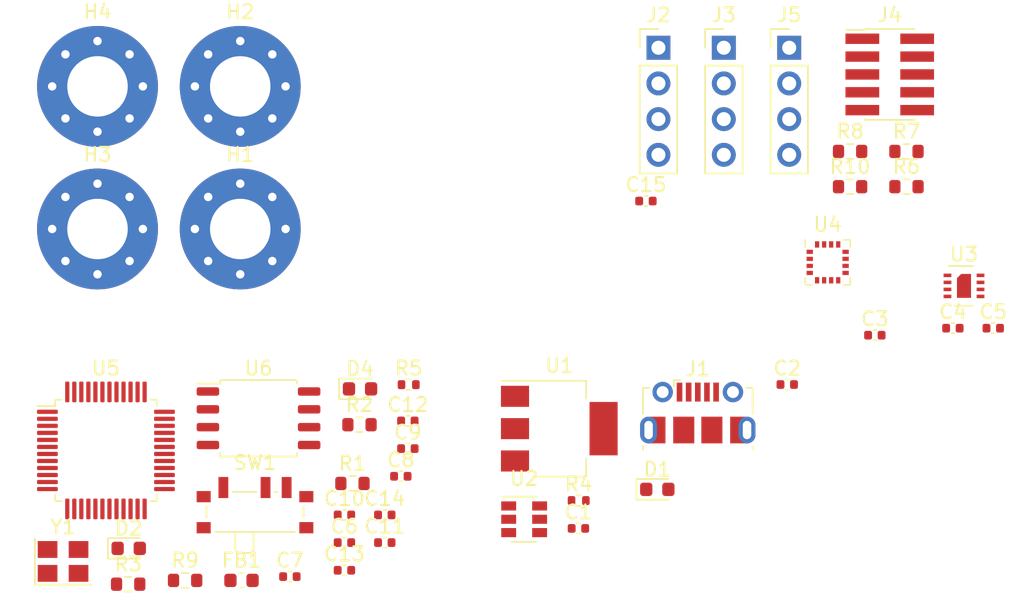
<source format=kicad_pcb>
(kicad_pcb (version 20171130) (host pcbnew "(5.1.10)-1")

  (general
    (thickness 1.6)
    (drawings 0)
    (tracks 0)
    (zones 0)
    (modules 46)
    (nets 64)
  )

  (page A4)
  (layers
    (0 F.Cu signal)
    (31 B.Cu signal)
    (32 B.Adhes user)
    (33 F.Adhes user)
    (34 B.Paste user)
    (35 F.Paste user)
    (36 B.SilkS user)
    (37 F.SilkS user)
    (38 B.Mask user)
    (39 F.Mask user)
    (40 Dwgs.User user)
    (41 Cmts.User user)
    (42 Eco1.User user)
    (43 Eco2.User user)
    (44 Edge.Cuts user)
    (45 Margin user)
    (46 B.CrtYd user)
    (47 F.CrtYd user)
    (48 B.Fab user)
    (49 F.Fab user)
  )

  (setup
    (last_trace_width 0.25)
    (trace_clearance 0.2)
    (zone_clearance 0.508)
    (zone_45_only no)
    (trace_min 0.2)
    (via_size 0.8)
    (via_drill 0.4)
    (via_min_size 0.4)
    (via_min_drill 0.3)
    (uvia_size 0.3)
    (uvia_drill 0.1)
    (uvias_allowed no)
    (uvia_min_size 0.2)
    (uvia_min_drill 0.1)
    (edge_width 0.05)
    (segment_width 0.2)
    (pcb_text_width 0.3)
    (pcb_text_size 1.5 1.5)
    (mod_edge_width 0.12)
    (mod_text_size 1 1)
    (mod_text_width 0.15)
    (pad_size 1.524 1.524)
    (pad_drill 0.762)
    (pad_to_mask_clearance 0)
    (aux_axis_origin 0 0)
    (visible_elements 7FFFFFFF)
    (pcbplotparams
      (layerselection 0x010fc_ffffffff)
      (usegerberextensions false)
      (usegerberattributes true)
      (usegerberadvancedattributes true)
      (creategerberjobfile true)
      (excludeedgelayer true)
      (linewidth 0.100000)
      (plotframeref false)
      (viasonmask false)
      (mode 1)
      (useauxorigin false)
      (hpglpennumber 1)
      (hpglpenspeed 20)
      (hpglpendiameter 15.000000)
      (psnegative false)
      (psa4output false)
      (plotreference true)
      (plotvalue true)
      (plotinvisibletext false)
      (padsonsilk false)
      (subtractmaskfromsilk false)
      (outputformat 1)
      (mirror false)
      (drillshape 1)
      (scaleselection 1)
      (outputdirectory ""))
  )

  (net 0 "")
  (net 1 +5V)
  (net 2 GND)
  (net 3 +3V3)
  (net 4 +3.3VA)
  (net 5 HSE_IN)
  (net 6 "Net-(C14-Pad1)")
  (net 7 NRST)
  (net 8 "Net-(D1-Pad1)")
  (net 9 "Net-(D2-Pad2)")
  (net 10 "Net-(D2-Pad1)")
  (net 11 "Net-(D4-Pad2)")
  (net 12 "Net-(J1-Pad6)")
  (net 13 USB_CONN_D-)
  (net 14 "Net-(J1-Pad4)")
  (net 15 USB_CONN_D+)
  (net 16 "Net-(J3-Pad3)")
  (net 17 "Net-(J3-Pad2)")
  (net 18 SWD_DIO)
  (net 19 SWD_SWCLK)
  (net 20 "Net-(J4-Pad7)")
  (net 21 "Net-(J4-Pad8)")
  (net 22 "Net-(J5-Pad2)")
  (net 23 "Net-(J5-Pad3)")
  (net 24 I2C1_SDA)
  (net 25 I2C1_SCL)
  (net 26 HSE_OUT)
  (net 27 ADC1_IN1)
  (net 28 ADC1_IN2)
  (net 29 TIM2_CH3)
  (net 30 BOOT0)
  (net 31 TIM2_CH4)
  (net 32 USB_D+)
  (net 33 USB_D-)
  (net 34 "Net-(U3-Pad6)")
  (net 35 TEMP_INT)
  (net 36 "Net-(U5-Pad2)")
  (net 37 "Net-(U5-Pad3)")
  (net 38 "Net-(U5-Pad4)")
  (net 39 "Net-(U5-Pad14)")
  (net 40 ACC_INT1)
  (net 41 ACC_INT2)
  (net 42 ACC_CS)
  (net 43 "Net-(U5-Pad18)")
  (net 44 FLASH_!WP)
  (net 45 FLASH_!HOLD)
  (net 46 "Net-(U5-Pad21)")
  (net 47 "Net-(U5-Pad22)")
  (net 48 SPI2_!CS)
  (net 49 SPI2_SCK)
  (net 50 SPI2_MISO)
  (net 51 SPI2_MOSI)
  (net 52 "Net-(U5-Pad29)")
  (net 53 "Net-(U5-Pad31)")
  (net 54 "Net-(U5-Pad38)")
  (net 55 SWD_SWO)
  (net 56 "Net-(U5-Pad40)")
  (net 57 "Net-(U5-Pad41)")
  (net 58 "Net-(U5-Pad46)")
  (net 59 "Net-(U4-Pad3)")
  (net 60 "Net-(U4-Pad2)")
  (net 61 "Net-(U4-Pad15)")
  (net 62 "Net-(U4-Pad16)")
  (net 63 "Net-(U4-Pad13)")

  (net_class Default "This is the default net class."
    (clearance 0.2)
    (trace_width 0.25)
    (via_dia 0.8)
    (via_drill 0.4)
    (uvia_dia 0.3)
    (uvia_drill 0.1)
    (add_net +3.3VA)
    (add_net +3V3)
    (add_net +5V)
    (add_net ACC_CS)
    (add_net ACC_INT1)
    (add_net ACC_INT2)
    (add_net ADC1_IN1)
    (add_net ADC1_IN2)
    (add_net BOOT0)
    (add_net FLASH_!HOLD)
    (add_net FLASH_!WP)
    (add_net GND)
    (add_net HSE_IN)
    (add_net HSE_OUT)
    (add_net I2C1_SCL)
    (add_net I2C1_SDA)
    (add_net NRST)
    (add_net "Net-(C14-Pad1)")
    (add_net "Net-(D1-Pad1)")
    (add_net "Net-(D2-Pad1)")
    (add_net "Net-(D2-Pad2)")
    (add_net "Net-(D4-Pad2)")
    (add_net "Net-(J1-Pad4)")
    (add_net "Net-(J1-Pad6)")
    (add_net "Net-(J3-Pad2)")
    (add_net "Net-(J3-Pad3)")
    (add_net "Net-(J4-Pad7)")
    (add_net "Net-(J4-Pad8)")
    (add_net "Net-(J5-Pad2)")
    (add_net "Net-(J5-Pad3)")
    (add_net "Net-(U3-Pad6)")
    (add_net "Net-(U4-Pad13)")
    (add_net "Net-(U4-Pad15)")
    (add_net "Net-(U4-Pad16)")
    (add_net "Net-(U4-Pad2)")
    (add_net "Net-(U4-Pad3)")
    (add_net "Net-(U5-Pad14)")
    (add_net "Net-(U5-Pad18)")
    (add_net "Net-(U5-Pad2)")
    (add_net "Net-(U5-Pad21)")
    (add_net "Net-(U5-Pad22)")
    (add_net "Net-(U5-Pad29)")
    (add_net "Net-(U5-Pad3)")
    (add_net "Net-(U5-Pad31)")
    (add_net "Net-(U5-Pad38)")
    (add_net "Net-(U5-Pad4)")
    (add_net "Net-(U5-Pad40)")
    (add_net "Net-(U5-Pad41)")
    (add_net "Net-(U5-Pad46)")
    (add_net SPI2_!CS)
    (add_net SPI2_MISO)
    (add_net SPI2_MOSI)
    (add_net SPI2_SCK)
    (add_net SWD_DIO)
    (add_net SWD_SWCLK)
    (add_net SWD_SWO)
    (add_net TEMP_INT)
    (add_net TIM2_CH3)
    (add_net TIM2_CH4)
    (add_net USB_CONN_D+)
    (add_net USB_CONN_D-)
    (add_net USB_D+)
    (add_net USB_D-)
  )

  (module Package_LGA:LGA-16_3x3mm_P0.5mm (layer F.Cu) (tedit 5AD5B76F) (tstamp 617F348A)
    (at 192.9 88.5)
    (descr http://www.memsic.com/userfiles/files/DataSheets/Magnetic-Sensors-Datasheets/MMC5883MA-RevC.pdf)
    (tags "lga land grid array")
    (path /61820FD6/61899624)
    (attr smd)
    (fp_text reference U4 (at 0 -2.7) (layer F.SilkS)
      (effects (font (size 1 1) (thickness 0.15)))
    )
    (fp_text value LIS3DHTR (at 0 2.75) (layer F.Fab)
      (effects (font (size 1 1) (thickness 0.15)))
    )
    (fp_text user %R (at 0 0 180) (layer F.Fab)
      (effects (font (size 0.4 0.4) (thickness 0.06)))
    )
    (fp_line (start -1 -1.5) (end 1.5 -1.5) (layer F.Fab) (width 0.1))
    (fp_line (start 1.5 -1.5) (end 1.5 1.5) (layer F.Fab) (width 0.1))
    (fp_line (start 1.5 1.5) (end -1.5 1.5) (layer F.Fab) (width 0.1))
    (fp_line (start -1.5 1.5) (end -1.5 -1) (layer F.Fab) (width 0.1))
    (fp_line (start -1.5 -1) (end -1 -1.5) (layer F.Fab) (width 0.1))
    (fp_line (start 1.1 -1.6) (end 1.6 -1.6) (layer F.SilkS) (width 0.1))
    (fp_line (start 1.6 -1.6) (end 1.6 -1.1) (layer F.SilkS) (width 0.1))
    (fp_line (start 1.6 1.6) (end 1.6 1.1) (layer F.SilkS) (width 0.1))
    (fp_line (start 1.6 1.1) (end 1.6 1.6) (layer F.SilkS) (width 0.1))
    (fp_line (start 1.6 1.6) (end 1.1 1.6) (layer F.SilkS) (width 0.1))
    (fp_line (start -1.6 1.6) (end -1.1 1.6) (layer F.SilkS) (width 0.1))
    (fp_line (start -1.6 1.6) (end -1.6 1.1) (layer F.SilkS) (width 0.1))
    (fp_line (start -1.6 -1.6) (end -1.6 -1.1) (layer F.SilkS) (width 0.1))
    (fp_line (start -1.75 -1.75) (end 1.75 -1.75) (layer F.CrtYd) (width 0.05))
    (fp_line (start 1.75 -1.75) (end 1.75 1.75) (layer F.CrtYd) (width 0.05))
    (fp_line (start 1.75 1.75) (end -1.75 1.75) (layer F.CrtYd) (width 0.05))
    (fp_line (start -1.75 1.75) (end -1.75 -1.75) (layer F.CrtYd) (width 0.05))
    (pad 10 smd rect (at 1.275 0.25 90) (size 0.3 0.45) (layers F.Cu F.Paste F.Mask)
      (net 2 GND))
    (pad 11 smd rect (at 1.275 -0.25 90) (size 0.3 0.45) (layers F.Cu F.Paste F.Mask)
      (net 40 ACC_INT1))
    (pad 12 smd rect (at 1.275 -0.75 90) (size 0.3 0.45) (layers F.Cu F.Paste F.Mask)
      (net 2 GND))
    (pad 9 smd rect (at 1.275 0.75 90) (size 0.3 0.45) (layers F.Cu F.Paste F.Mask)
      (net 41 ACC_INT2))
    (pad 5 smd rect (at -0.75 1.275) (size 0.3 0.45) (layers F.Cu F.Paste F.Mask)
      (net 2 GND))
    (pad 7 smd rect (at 0.25 1.275) (size 0.3 0.45) (layers F.Cu F.Paste F.Mask)
      (net 50 SPI2_MISO))
    (pad 6 smd rect (at -0.25 1.275) (size 0.3 0.45) (layers F.Cu F.Paste F.Mask)
      (net 51 SPI2_MOSI))
    (pad 8 smd rect (at 0.75 1.275) (size 0.3 0.45) (layers F.Cu F.Paste F.Mask)
      (net 42 ACC_CS))
    (pad 4 smd rect (at -1.275 0.75 90) (size 0.3 0.45) (layers F.Cu F.Paste F.Mask)
      (net 49 SPI2_SCK))
    (pad 3 smd rect (at -1.275 0.25 90) (size 0.3 0.45) (layers F.Cu F.Paste F.Mask)
      (net 59 "Net-(U4-Pad3)"))
    (pad 2 smd rect (at -1.275 -0.25 90) (size 0.3 0.45) (layers F.Cu F.Paste F.Mask)
      (net 60 "Net-(U4-Pad2)"))
    (pad 1 smd rect (at -1.275 -0.75 90) (size 0.3 0.45) (layers F.Cu F.Paste F.Mask)
      (net 3 +3V3))
    (pad 14 smd rect (at 0.25 -1.275) (size 0.3 0.45) (layers F.Cu F.Paste F.Mask)
      (net 3 +3V3))
    (pad 15 smd rect (at -0.25 -1.275) (size 0.3 0.45) (layers F.Cu F.Paste F.Mask)
      (net 61 "Net-(U4-Pad15)"))
    (pad 16 smd rect (at -0.75 -1.275) (size 0.3 0.45) (layers F.Cu F.Paste F.Mask)
      (net 62 "Net-(U4-Pad16)"))
    (pad 13 smd rect (at 0.75 -1.275) (size 0.3 0.45) (layers F.Cu F.Paste F.Mask)
      (net 63 "Net-(U4-Pad13)"))
    (model ${KISYS3DMOD}/Package_LGA.3dshapes/LGA-16_3x3mm_P0.5mm.wrl
      (at (xyz 0 0 0))
      (scale (xyz 1 1 1))
      (rotate (xyz 0 0 0))
    )
  )

  (module Capacitor_SMD:C_0402_1005Metric (layer F.Cu) (tedit 5F68FEEE) (tstamp 617F1AC7)
    (at 175.175001 107.435001)
    (descr "Capacitor SMD 0402 (1005 Metric), square (rectangular) end terminal, IPC_7351 nominal, (Body size source: IPC-SM-782 page 76, https://www.pcb-3d.com/wordpress/wp-content/uploads/ipc-sm-782a_amendment_1_and_2.pdf), generated with kicad-footprint-generator")
    (tags capacitor)
    (path /61801101/6180E6AD)
    (attr smd)
    (fp_text reference C1 (at 0 -1.16) (layer F.SilkS)
      (effects (font (size 1 1) (thickness 0.15)))
    )
    (fp_text value 10uF (at 0 1.16) (layer F.Fab)
      (effects (font (size 1 1) (thickness 0.15)))
    )
    (fp_line (start 0.91 0.46) (end -0.91 0.46) (layer F.CrtYd) (width 0.05))
    (fp_line (start 0.91 -0.46) (end 0.91 0.46) (layer F.CrtYd) (width 0.05))
    (fp_line (start -0.91 -0.46) (end 0.91 -0.46) (layer F.CrtYd) (width 0.05))
    (fp_line (start -0.91 0.46) (end -0.91 -0.46) (layer F.CrtYd) (width 0.05))
    (fp_line (start -0.107836 0.36) (end 0.107836 0.36) (layer F.SilkS) (width 0.12))
    (fp_line (start -0.107836 -0.36) (end 0.107836 -0.36) (layer F.SilkS) (width 0.12))
    (fp_line (start 0.5 0.25) (end -0.5 0.25) (layer F.Fab) (width 0.1))
    (fp_line (start 0.5 -0.25) (end 0.5 0.25) (layer F.Fab) (width 0.1))
    (fp_line (start -0.5 -0.25) (end 0.5 -0.25) (layer F.Fab) (width 0.1))
    (fp_line (start -0.5 0.25) (end -0.5 -0.25) (layer F.Fab) (width 0.1))
    (fp_text user %R (at 0 0) (layer F.Fab)
      (effects (font (size 0.25 0.25) (thickness 0.04)))
    )
    (pad 1 smd roundrect (at -0.48 0) (size 0.56 0.62) (layers F.Cu F.Paste F.Mask) (roundrect_rratio 0.25)
      (net 1 +5V))
    (pad 2 smd roundrect (at 0.48 0) (size 0.56 0.62) (layers F.Cu F.Paste F.Mask) (roundrect_rratio 0.25)
      (net 2 GND))
    (model ${KISYS3DMOD}/Capacitor_SMD.3dshapes/C_0402_1005Metric.wrl
      (at (xyz 0 0 0))
      (scale (xyz 1 1 1))
      (rotate (xyz 0 0 0))
    )
  )

  (module Capacitor_SMD:C_0402_1005Metric (layer F.Cu) (tedit 5F68FEEE) (tstamp 617F1AD8)
    (at 190.025001 97.195001)
    (descr "Capacitor SMD 0402 (1005 Metric), square (rectangular) end terminal, IPC_7351 nominal, (Body size source: IPC-SM-782 page 76, https://www.pcb-3d.com/wordpress/wp-content/uploads/ipc-sm-782a_amendment_1_and_2.pdf), generated with kicad-footprint-generator")
    (tags capacitor)
    (path /61801101/6180F4D2)
    (attr smd)
    (fp_text reference C2 (at 0 -1.16) (layer F.SilkS)
      (effects (font (size 1 1) (thickness 0.15)))
    )
    (fp_text value 10uF (at 0 1.16) (layer F.Fab)
      (effects (font (size 1 1) (thickness 0.15)))
    )
    (fp_text user %R (at 0 0) (layer F.Fab)
      (effects (font (size 0.25 0.25) (thickness 0.04)))
    )
    (fp_line (start -0.5 0.25) (end -0.5 -0.25) (layer F.Fab) (width 0.1))
    (fp_line (start -0.5 -0.25) (end 0.5 -0.25) (layer F.Fab) (width 0.1))
    (fp_line (start 0.5 -0.25) (end 0.5 0.25) (layer F.Fab) (width 0.1))
    (fp_line (start 0.5 0.25) (end -0.5 0.25) (layer F.Fab) (width 0.1))
    (fp_line (start -0.107836 -0.36) (end 0.107836 -0.36) (layer F.SilkS) (width 0.12))
    (fp_line (start -0.107836 0.36) (end 0.107836 0.36) (layer F.SilkS) (width 0.12))
    (fp_line (start -0.91 0.46) (end -0.91 -0.46) (layer F.CrtYd) (width 0.05))
    (fp_line (start -0.91 -0.46) (end 0.91 -0.46) (layer F.CrtYd) (width 0.05))
    (fp_line (start 0.91 -0.46) (end 0.91 0.46) (layer F.CrtYd) (width 0.05))
    (fp_line (start 0.91 0.46) (end -0.91 0.46) (layer F.CrtYd) (width 0.05))
    (pad 2 smd roundrect (at 0.48 0) (size 0.56 0.62) (layers F.Cu F.Paste F.Mask) (roundrect_rratio 0.25)
      (net 2 GND))
    (pad 1 smd roundrect (at -0.48 0) (size 0.56 0.62) (layers F.Cu F.Paste F.Mask) (roundrect_rratio 0.25)
      (net 3 +3V3))
    (model ${KISYS3DMOD}/Capacitor_SMD.3dshapes/C_0402_1005Metric.wrl
      (at (xyz 0 0 0))
      (scale (xyz 1 1 1))
      (rotate (xyz 0 0 0))
    )
  )

  (module Capacitor_SMD:C_0402_1005Metric (layer F.Cu) (tedit 5F68FEEE) (tstamp 617F1AE9)
    (at 196.255001 93.685001)
    (descr "Capacitor SMD 0402 (1005 Metric), square (rectangular) end terminal, IPC_7351 nominal, (Body size source: IPC-SM-782 page 76, https://www.pcb-3d.com/wordpress/wp-content/uploads/ipc-sm-782a_amendment_1_and_2.pdf), generated with kicad-footprint-generator")
    (tags capacitor)
    (path /61820FD6/6189AC53)
    (attr smd)
    (fp_text reference C3 (at 0 -1.16) (layer F.SilkS)
      (effects (font (size 1 1) (thickness 0.15)))
    )
    (fp_text value 100nF (at 0 1.16) (layer F.Fab)
      (effects (font (size 1 1) (thickness 0.15)))
    )
    (fp_line (start 0.91 0.46) (end -0.91 0.46) (layer F.CrtYd) (width 0.05))
    (fp_line (start 0.91 -0.46) (end 0.91 0.46) (layer F.CrtYd) (width 0.05))
    (fp_line (start -0.91 -0.46) (end 0.91 -0.46) (layer F.CrtYd) (width 0.05))
    (fp_line (start -0.91 0.46) (end -0.91 -0.46) (layer F.CrtYd) (width 0.05))
    (fp_line (start -0.107836 0.36) (end 0.107836 0.36) (layer F.SilkS) (width 0.12))
    (fp_line (start -0.107836 -0.36) (end 0.107836 -0.36) (layer F.SilkS) (width 0.12))
    (fp_line (start 0.5 0.25) (end -0.5 0.25) (layer F.Fab) (width 0.1))
    (fp_line (start 0.5 -0.25) (end 0.5 0.25) (layer F.Fab) (width 0.1))
    (fp_line (start -0.5 -0.25) (end 0.5 -0.25) (layer F.Fab) (width 0.1))
    (fp_line (start -0.5 0.25) (end -0.5 -0.25) (layer F.Fab) (width 0.1))
    (fp_text user %R (at 0 0) (layer F.Fab)
      (effects (font (size 0.25 0.25) (thickness 0.04)))
    )
    (pad 1 smd roundrect (at -0.48 0) (size 0.56 0.62) (layers F.Cu F.Paste F.Mask) (roundrect_rratio 0.25)
      (net 3 +3V3))
    (pad 2 smd roundrect (at 0.48 0) (size 0.56 0.62) (layers F.Cu F.Paste F.Mask) (roundrect_rratio 0.25)
      (net 2 GND))
    (model ${KISYS3DMOD}/Capacitor_SMD.3dshapes/C_0402_1005Metric.wrl
      (at (xyz 0 0 0))
      (scale (xyz 1 1 1))
      (rotate (xyz 0 0 0))
    )
  )

  (module Capacitor_SMD:C_0402_1005Metric (layer F.Cu) (tedit 5F68FEEE) (tstamp 617F1AFA)
    (at 201.805001 93.185001)
    (descr "Capacitor SMD 0402 (1005 Metric), square (rectangular) end terminal, IPC_7351 nominal, (Body size source: IPC-SM-782 page 76, https://www.pcb-3d.com/wordpress/wp-content/uploads/ipc-sm-782a_amendment_1_and_2.pdf), generated with kicad-footprint-generator")
    (tags capacitor)
    (path /61820FD6/618ADF80)
    (attr smd)
    (fp_text reference C4 (at 0 -1.16) (layer F.SilkS)
      (effects (font (size 1 1) (thickness 0.15)))
    )
    (fp_text value 100nF (at 0 1.16) (layer F.Fab)
      (effects (font (size 1 1) (thickness 0.15)))
    )
    (fp_text user %R (at 0 0) (layer F.Fab)
      (effects (font (size 0.25 0.25) (thickness 0.04)))
    )
    (fp_line (start -0.5 0.25) (end -0.5 -0.25) (layer F.Fab) (width 0.1))
    (fp_line (start -0.5 -0.25) (end 0.5 -0.25) (layer F.Fab) (width 0.1))
    (fp_line (start 0.5 -0.25) (end 0.5 0.25) (layer F.Fab) (width 0.1))
    (fp_line (start 0.5 0.25) (end -0.5 0.25) (layer F.Fab) (width 0.1))
    (fp_line (start -0.107836 -0.36) (end 0.107836 -0.36) (layer F.SilkS) (width 0.12))
    (fp_line (start -0.107836 0.36) (end 0.107836 0.36) (layer F.SilkS) (width 0.12))
    (fp_line (start -0.91 0.46) (end -0.91 -0.46) (layer F.CrtYd) (width 0.05))
    (fp_line (start -0.91 -0.46) (end 0.91 -0.46) (layer F.CrtYd) (width 0.05))
    (fp_line (start 0.91 -0.46) (end 0.91 0.46) (layer F.CrtYd) (width 0.05))
    (fp_line (start 0.91 0.46) (end -0.91 0.46) (layer F.CrtYd) (width 0.05))
    (pad 2 smd roundrect (at 0.48 0) (size 0.56 0.62) (layers F.Cu F.Paste F.Mask) (roundrect_rratio 0.25)
      (net 2 GND))
    (pad 1 smd roundrect (at -0.48 0) (size 0.56 0.62) (layers F.Cu F.Paste F.Mask) (roundrect_rratio 0.25)
      (net 3 +3V3))
    (model ${KISYS3DMOD}/Capacitor_SMD.3dshapes/C_0402_1005Metric.wrl
      (at (xyz 0 0 0))
      (scale (xyz 1 1 1))
      (rotate (xyz 0 0 0))
    )
  )

  (module Capacitor_SMD:C_0402_1005Metric (layer F.Cu) (tedit 5F68FEEE) (tstamp 617F1B0B)
    (at 204.675001 93.185001)
    (descr "Capacitor SMD 0402 (1005 Metric), square (rectangular) end terminal, IPC_7351 nominal, (Body size source: IPC-SM-782 page 76, https://www.pcb-3d.com/wordpress/wp-content/uploads/ipc-sm-782a_amendment_1_and_2.pdf), generated with kicad-footprint-generator")
    (tags capacitor)
    (path /61820FD6/618AEBBD)
    (attr smd)
    (fp_text reference C5 (at 0 -1.16) (layer F.SilkS)
      (effects (font (size 1 1) (thickness 0.15)))
    )
    (fp_text value 10uF (at 0 1.16) (layer F.Fab)
      (effects (font (size 1 1) (thickness 0.15)))
    )
    (fp_line (start 0.91 0.46) (end -0.91 0.46) (layer F.CrtYd) (width 0.05))
    (fp_line (start 0.91 -0.46) (end 0.91 0.46) (layer F.CrtYd) (width 0.05))
    (fp_line (start -0.91 -0.46) (end 0.91 -0.46) (layer F.CrtYd) (width 0.05))
    (fp_line (start -0.91 0.46) (end -0.91 -0.46) (layer F.CrtYd) (width 0.05))
    (fp_line (start -0.107836 0.36) (end 0.107836 0.36) (layer F.SilkS) (width 0.12))
    (fp_line (start -0.107836 -0.36) (end 0.107836 -0.36) (layer F.SilkS) (width 0.12))
    (fp_line (start 0.5 0.25) (end -0.5 0.25) (layer F.Fab) (width 0.1))
    (fp_line (start 0.5 -0.25) (end 0.5 0.25) (layer F.Fab) (width 0.1))
    (fp_line (start -0.5 -0.25) (end 0.5 -0.25) (layer F.Fab) (width 0.1))
    (fp_line (start -0.5 0.25) (end -0.5 -0.25) (layer F.Fab) (width 0.1))
    (fp_text user %R (at 0 0) (layer F.Fab)
      (effects (font (size 0.25 0.25) (thickness 0.04)))
    )
    (pad 1 smd roundrect (at -0.48 0) (size 0.56 0.62) (layers F.Cu F.Paste F.Mask) (roundrect_rratio 0.25)
      (net 3 +3V3))
    (pad 2 smd roundrect (at 0.48 0) (size 0.56 0.62) (layers F.Cu F.Paste F.Mask) (roundrect_rratio 0.25)
      (net 2 GND))
    (model ${KISYS3DMOD}/Capacitor_SMD.3dshapes/C_0402_1005Metric.wrl
      (at (xyz 0 0 0))
      (scale (xyz 1 1 1))
      (rotate (xyz 0 0 0))
    )
  )

  (module Capacitor_SMD:C_0402_1005Metric (layer F.Cu) (tedit 5F68FEEE) (tstamp 617F1B1C)
    (at 158.535001 108.445001)
    (descr "Capacitor SMD 0402 (1005 Metric), square (rectangular) end terminal, IPC_7351 nominal, (Body size source: IPC-SM-782 page 76, https://www.pcb-3d.com/wordpress/wp-content/uploads/ipc-sm-782a_amendment_1_and_2.pdf), generated with kicad-footprint-generator")
    (tags capacitor)
    (path /6182154B/61833D97)
    (attr smd)
    (fp_text reference C6 (at 0 -1.16) (layer F.SilkS)
      (effects (font (size 1 1) (thickness 0.15)))
    )
    (fp_text value 4,7uF (at 0 1.16) (layer F.Fab)
      (effects (font (size 1 1) (thickness 0.15)))
    )
    (fp_line (start 0.91 0.46) (end -0.91 0.46) (layer F.CrtYd) (width 0.05))
    (fp_line (start 0.91 -0.46) (end 0.91 0.46) (layer F.CrtYd) (width 0.05))
    (fp_line (start -0.91 -0.46) (end 0.91 -0.46) (layer F.CrtYd) (width 0.05))
    (fp_line (start -0.91 0.46) (end -0.91 -0.46) (layer F.CrtYd) (width 0.05))
    (fp_line (start -0.107836 0.36) (end 0.107836 0.36) (layer F.SilkS) (width 0.12))
    (fp_line (start -0.107836 -0.36) (end 0.107836 -0.36) (layer F.SilkS) (width 0.12))
    (fp_line (start 0.5 0.25) (end -0.5 0.25) (layer F.Fab) (width 0.1))
    (fp_line (start 0.5 -0.25) (end 0.5 0.25) (layer F.Fab) (width 0.1))
    (fp_line (start -0.5 -0.25) (end 0.5 -0.25) (layer F.Fab) (width 0.1))
    (fp_line (start -0.5 0.25) (end -0.5 -0.25) (layer F.Fab) (width 0.1))
    (fp_text user %R (at 0 0) (layer F.Fab)
      (effects (font (size 0.25 0.25) (thickness 0.04)))
    )
    (pad 1 smd roundrect (at -0.48 0) (size 0.56 0.62) (layers F.Cu F.Paste F.Mask) (roundrect_rratio 0.25)
      (net 3 +3V3))
    (pad 2 smd roundrect (at 0.48 0) (size 0.56 0.62) (layers F.Cu F.Paste F.Mask) (roundrect_rratio 0.25)
      (net 2 GND))
    (model ${KISYS3DMOD}/Capacitor_SMD.3dshapes/C_0402_1005Metric.wrl
      (at (xyz 0 0 0))
      (scale (xyz 1 1 1))
      (rotate (xyz 0 0 0))
    )
  )

  (module Capacitor_SMD:C_0402_1005Metric (layer F.Cu) (tedit 5F68FEEE) (tstamp 617F1B2D)
    (at 154.655001 110.865001)
    (descr "Capacitor SMD 0402 (1005 Metric), square (rectangular) end terminal, IPC_7351 nominal, (Body size source: IPC-SM-782 page 76, https://www.pcb-3d.com/wordpress/wp-content/uploads/ipc-sm-782a_amendment_1_and_2.pdf), generated with kicad-footprint-generator")
    (tags capacitor)
    (path /6182154B/61834082)
    (attr smd)
    (fp_text reference C7 (at 0 -1.16) (layer F.SilkS)
      (effects (font (size 1 1) (thickness 0.15)))
    )
    (fp_text value 100nF (at 0 1.16) (layer F.Fab)
      (effects (font (size 1 1) (thickness 0.15)))
    )
    (fp_text user %R (at 0 0) (layer F.Fab)
      (effects (font (size 0.25 0.25) (thickness 0.04)))
    )
    (fp_line (start -0.5 0.25) (end -0.5 -0.25) (layer F.Fab) (width 0.1))
    (fp_line (start -0.5 -0.25) (end 0.5 -0.25) (layer F.Fab) (width 0.1))
    (fp_line (start 0.5 -0.25) (end 0.5 0.25) (layer F.Fab) (width 0.1))
    (fp_line (start 0.5 0.25) (end -0.5 0.25) (layer F.Fab) (width 0.1))
    (fp_line (start -0.107836 -0.36) (end 0.107836 -0.36) (layer F.SilkS) (width 0.12))
    (fp_line (start -0.107836 0.36) (end 0.107836 0.36) (layer F.SilkS) (width 0.12))
    (fp_line (start -0.91 0.46) (end -0.91 -0.46) (layer F.CrtYd) (width 0.05))
    (fp_line (start -0.91 -0.46) (end 0.91 -0.46) (layer F.CrtYd) (width 0.05))
    (fp_line (start 0.91 -0.46) (end 0.91 0.46) (layer F.CrtYd) (width 0.05))
    (fp_line (start 0.91 0.46) (end -0.91 0.46) (layer F.CrtYd) (width 0.05))
    (pad 2 smd roundrect (at 0.48 0) (size 0.56 0.62) (layers F.Cu F.Paste F.Mask) (roundrect_rratio 0.25)
      (net 2 GND))
    (pad 1 smd roundrect (at -0.48 0) (size 0.56 0.62) (layers F.Cu F.Paste F.Mask) (roundrect_rratio 0.25)
      (net 3 +3V3))
    (model ${KISYS3DMOD}/Capacitor_SMD.3dshapes/C_0402_1005Metric.wrl
      (at (xyz 0 0 0))
      (scale (xyz 1 1 1))
      (rotate (xyz 0 0 0))
    )
  )

  (module Capacitor_SMD:C_0402_1005Metric (layer F.Cu) (tedit 5F68FEEE) (tstamp 617F1B3E)
    (at 162.545001 103.725001)
    (descr "Capacitor SMD 0402 (1005 Metric), square (rectangular) end terminal, IPC_7351 nominal, (Body size source: IPC-SM-782 page 76, https://www.pcb-3d.com/wordpress/wp-content/uploads/ipc-sm-782a_amendment_1_and_2.pdf), generated with kicad-footprint-generator")
    (tags capacitor)
    (path /6182154B/61834413)
    (attr smd)
    (fp_text reference C8 (at 0 -1.16) (layer F.SilkS)
      (effects (font (size 1 1) (thickness 0.15)))
    )
    (fp_text value 100nF (at 0 1.16) (layer F.Fab)
      (effects (font (size 1 1) (thickness 0.15)))
    )
    (fp_line (start 0.91 0.46) (end -0.91 0.46) (layer F.CrtYd) (width 0.05))
    (fp_line (start 0.91 -0.46) (end 0.91 0.46) (layer F.CrtYd) (width 0.05))
    (fp_line (start -0.91 -0.46) (end 0.91 -0.46) (layer F.CrtYd) (width 0.05))
    (fp_line (start -0.91 0.46) (end -0.91 -0.46) (layer F.CrtYd) (width 0.05))
    (fp_line (start -0.107836 0.36) (end 0.107836 0.36) (layer F.SilkS) (width 0.12))
    (fp_line (start -0.107836 -0.36) (end 0.107836 -0.36) (layer F.SilkS) (width 0.12))
    (fp_line (start 0.5 0.25) (end -0.5 0.25) (layer F.Fab) (width 0.1))
    (fp_line (start 0.5 -0.25) (end 0.5 0.25) (layer F.Fab) (width 0.1))
    (fp_line (start -0.5 -0.25) (end 0.5 -0.25) (layer F.Fab) (width 0.1))
    (fp_line (start -0.5 0.25) (end -0.5 -0.25) (layer F.Fab) (width 0.1))
    (fp_text user %R (at 0 0) (layer F.Fab)
      (effects (font (size 0.25 0.25) (thickness 0.04)))
    )
    (pad 1 smd roundrect (at -0.48 0) (size 0.56 0.62) (layers F.Cu F.Paste F.Mask) (roundrect_rratio 0.25)
      (net 3 +3V3))
    (pad 2 smd roundrect (at 0.48 0) (size 0.56 0.62) (layers F.Cu F.Paste F.Mask) (roundrect_rratio 0.25)
      (net 2 GND))
    (model ${KISYS3DMOD}/Capacitor_SMD.3dshapes/C_0402_1005Metric.wrl
      (at (xyz 0 0 0))
      (scale (xyz 1 1 1))
      (rotate (xyz 0 0 0))
    )
  )

  (module Capacitor_SMD:C_0402_1005Metric (layer F.Cu) (tedit 5F68FEEE) (tstamp 617F1B4F)
    (at 163.045001 101.755001)
    (descr "Capacitor SMD 0402 (1005 Metric), square (rectangular) end terminal, IPC_7351 nominal, (Body size source: IPC-SM-782 page 76, https://www.pcb-3d.com/wordpress/wp-content/uploads/ipc-sm-782a_amendment_1_and_2.pdf), generated with kicad-footprint-generator")
    (tags capacitor)
    (path /6182154B/618346C2)
    (attr smd)
    (fp_text reference C9 (at 0 -1.16) (layer F.SilkS)
      (effects (font (size 1 1) (thickness 0.15)))
    )
    (fp_text value 100nF (at 0 1.16) (layer F.Fab)
      (effects (font (size 1 1) (thickness 0.15)))
    )
    (fp_text user %R (at 0 0) (layer F.Fab)
      (effects (font (size 0.25 0.25) (thickness 0.04)))
    )
    (fp_line (start -0.5 0.25) (end -0.5 -0.25) (layer F.Fab) (width 0.1))
    (fp_line (start -0.5 -0.25) (end 0.5 -0.25) (layer F.Fab) (width 0.1))
    (fp_line (start 0.5 -0.25) (end 0.5 0.25) (layer F.Fab) (width 0.1))
    (fp_line (start 0.5 0.25) (end -0.5 0.25) (layer F.Fab) (width 0.1))
    (fp_line (start -0.107836 -0.36) (end 0.107836 -0.36) (layer F.SilkS) (width 0.12))
    (fp_line (start -0.107836 0.36) (end 0.107836 0.36) (layer F.SilkS) (width 0.12))
    (fp_line (start -0.91 0.46) (end -0.91 -0.46) (layer F.CrtYd) (width 0.05))
    (fp_line (start -0.91 -0.46) (end 0.91 -0.46) (layer F.CrtYd) (width 0.05))
    (fp_line (start 0.91 -0.46) (end 0.91 0.46) (layer F.CrtYd) (width 0.05))
    (fp_line (start 0.91 0.46) (end -0.91 0.46) (layer F.CrtYd) (width 0.05))
    (pad 2 smd roundrect (at 0.48 0) (size 0.56 0.62) (layers F.Cu F.Paste F.Mask) (roundrect_rratio 0.25)
      (net 2 GND))
    (pad 1 smd roundrect (at -0.48 0) (size 0.56 0.62) (layers F.Cu F.Paste F.Mask) (roundrect_rratio 0.25)
      (net 3 +3V3))
    (model ${KISYS3DMOD}/Capacitor_SMD.3dshapes/C_0402_1005Metric.wrl
      (at (xyz 0 0 0))
      (scale (xyz 1 1 1))
      (rotate (xyz 0 0 0))
    )
  )

  (module Capacitor_SMD:C_0402_1005Metric (layer F.Cu) (tedit 5F68FEEE) (tstamp 617F1B60)
    (at 158.535001 106.475001)
    (descr "Capacitor SMD 0402 (1005 Metric), square (rectangular) end terminal, IPC_7351 nominal, (Body size source: IPC-SM-782 page 76, https://www.pcb-3d.com/wordpress/wp-content/uploads/ipc-sm-782a_amendment_1_and_2.pdf), generated with kicad-footprint-generator")
    (tags capacitor)
    (path /6182154B/61834971)
    (attr smd)
    (fp_text reference C10 (at 0 -1.16) (layer F.SilkS)
      (effects (font (size 1 1) (thickness 0.15)))
    )
    (fp_text value 100nF (at 0 1.16) (layer F.Fab)
      (effects (font (size 1 1) (thickness 0.15)))
    )
    (fp_line (start 0.91 0.46) (end -0.91 0.46) (layer F.CrtYd) (width 0.05))
    (fp_line (start 0.91 -0.46) (end 0.91 0.46) (layer F.CrtYd) (width 0.05))
    (fp_line (start -0.91 -0.46) (end 0.91 -0.46) (layer F.CrtYd) (width 0.05))
    (fp_line (start -0.91 0.46) (end -0.91 -0.46) (layer F.CrtYd) (width 0.05))
    (fp_line (start -0.107836 0.36) (end 0.107836 0.36) (layer F.SilkS) (width 0.12))
    (fp_line (start -0.107836 -0.36) (end 0.107836 -0.36) (layer F.SilkS) (width 0.12))
    (fp_line (start 0.5 0.25) (end -0.5 0.25) (layer F.Fab) (width 0.1))
    (fp_line (start 0.5 -0.25) (end 0.5 0.25) (layer F.Fab) (width 0.1))
    (fp_line (start -0.5 -0.25) (end 0.5 -0.25) (layer F.Fab) (width 0.1))
    (fp_line (start -0.5 0.25) (end -0.5 -0.25) (layer F.Fab) (width 0.1))
    (fp_text user %R (at 0 0) (layer F.Fab)
      (effects (font (size 0.25 0.25) (thickness 0.04)))
    )
    (pad 1 smd roundrect (at -0.48 0) (size 0.56 0.62) (layers F.Cu F.Paste F.Mask) (roundrect_rratio 0.25)
      (net 3 +3V3))
    (pad 2 smd roundrect (at 0.48 0) (size 0.56 0.62) (layers F.Cu F.Paste F.Mask) (roundrect_rratio 0.25)
      (net 2 GND))
    (model ${KISYS3DMOD}/Capacitor_SMD.3dshapes/C_0402_1005Metric.wrl
      (at (xyz 0 0 0))
      (scale (xyz 1 1 1))
      (rotate (xyz 0 0 0))
    )
  )

  (module Capacitor_SMD:C_0402_1005Metric (layer F.Cu) (tedit 5F68FEEE) (tstamp 617F1B71)
    (at 161.405001 108.445001)
    (descr "Capacitor SMD 0402 (1005 Metric), square (rectangular) end terminal, IPC_7351 nominal, (Body size source: IPC-SM-782 page 76, https://www.pcb-3d.com/wordpress/wp-content/uploads/ipc-sm-782a_amendment_1_and_2.pdf), generated with kicad-footprint-generator")
    (tags capacitor)
    (path /6182154B/61839DAA)
    (attr smd)
    (fp_text reference C11 (at 0 -1.16) (layer F.SilkS)
      (effects (font (size 1 1) (thickness 0.15)))
    )
    (fp_text value 10nF (at 0 1.16) (layer F.Fab)
      (effects (font (size 1 1) (thickness 0.15)))
    )
    (fp_text user %R (at 0 0) (layer F.Fab)
      (effects (font (size 0.25 0.25) (thickness 0.04)))
    )
    (fp_line (start -0.5 0.25) (end -0.5 -0.25) (layer F.Fab) (width 0.1))
    (fp_line (start -0.5 -0.25) (end 0.5 -0.25) (layer F.Fab) (width 0.1))
    (fp_line (start 0.5 -0.25) (end 0.5 0.25) (layer F.Fab) (width 0.1))
    (fp_line (start 0.5 0.25) (end -0.5 0.25) (layer F.Fab) (width 0.1))
    (fp_line (start -0.107836 -0.36) (end 0.107836 -0.36) (layer F.SilkS) (width 0.12))
    (fp_line (start -0.107836 0.36) (end 0.107836 0.36) (layer F.SilkS) (width 0.12))
    (fp_line (start -0.91 0.46) (end -0.91 -0.46) (layer F.CrtYd) (width 0.05))
    (fp_line (start -0.91 -0.46) (end 0.91 -0.46) (layer F.CrtYd) (width 0.05))
    (fp_line (start 0.91 -0.46) (end 0.91 0.46) (layer F.CrtYd) (width 0.05))
    (fp_line (start 0.91 0.46) (end -0.91 0.46) (layer F.CrtYd) (width 0.05))
    (pad 2 smd roundrect (at 0.48 0) (size 0.56 0.62) (layers F.Cu F.Paste F.Mask) (roundrect_rratio 0.25)
      (net 2 GND))
    (pad 1 smd roundrect (at -0.48 0) (size 0.56 0.62) (layers F.Cu F.Paste F.Mask) (roundrect_rratio 0.25)
      (net 4 +3.3VA))
    (model ${KISYS3DMOD}/Capacitor_SMD.3dshapes/C_0402_1005Metric.wrl
      (at (xyz 0 0 0))
      (scale (xyz 1 1 1))
      (rotate (xyz 0 0 0))
    )
  )

  (module Capacitor_SMD:C_0402_1005Metric (layer F.Cu) (tedit 5F68FEEE) (tstamp 617F1B82)
    (at 163.045001 99.785001)
    (descr "Capacitor SMD 0402 (1005 Metric), square (rectangular) end terminal, IPC_7351 nominal, (Body size source: IPC-SM-782 page 76, https://www.pcb-3d.com/wordpress/wp-content/uploads/ipc-sm-782a_amendment_1_and_2.pdf), generated with kicad-footprint-generator")
    (tags capacitor)
    (path /6182154B/6183A603)
    (attr smd)
    (fp_text reference C12 (at 0 -1.16) (layer F.SilkS)
      (effects (font (size 1 1) (thickness 0.15)))
    )
    (fp_text value 1uF (at 0 1.16) (layer F.Fab)
      (effects (font (size 1 1) (thickness 0.15)))
    )
    (fp_line (start 0.91 0.46) (end -0.91 0.46) (layer F.CrtYd) (width 0.05))
    (fp_line (start 0.91 -0.46) (end 0.91 0.46) (layer F.CrtYd) (width 0.05))
    (fp_line (start -0.91 -0.46) (end 0.91 -0.46) (layer F.CrtYd) (width 0.05))
    (fp_line (start -0.91 0.46) (end -0.91 -0.46) (layer F.CrtYd) (width 0.05))
    (fp_line (start -0.107836 0.36) (end 0.107836 0.36) (layer F.SilkS) (width 0.12))
    (fp_line (start -0.107836 -0.36) (end 0.107836 -0.36) (layer F.SilkS) (width 0.12))
    (fp_line (start 0.5 0.25) (end -0.5 0.25) (layer F.Fab) (width 0.1))
    (fp_line (start 0.5 -0.25) (end 0.5 0.25) (layer F.Fab) (width 0.1))
    (fp_line (start -0.5 -0.25) (end 0.5 -0.25) (layer F.Fab) (width 0.1))
    (fp_line (start -0.5 0.25) (end -0.5 -0.25) (layer F.Fab) (width 0.1))
    (fp_text user %R (at 0 0) (layer F.Fab)
      (effects (font (size 0.25 0.25) (thickness 0.04)))
    )
    (pad 1 smd roundrect (at -0.48 0) (size 0.56 0.62) (layers F.Cu F.Paste F.Mask) (roundrect_rratio 0.25)
      (net 4 +3.3VA))
    (pad 2 smd roundrect (at 0.48 0) (size 0.56 0.62) (layers F.Cu F.Paste F.Mask) (roundrect_rratio 0.25)
      (net 2 GND))
    (model ${KISYS3DMOD}/Capacitor_SMD.3dshapes/C_0402_1005Metric.wrl
      (at (xyz 0 0 0))
      (scale (xyz 1 1 1))
      (rotate (xyz 0 0 0))
    )
  )

  (module Capacitor_SMD:C_0402_1005Metric (layer F.Cu) (tedit 5F68FEEE) (tstamp 617F1B93)
    (at 158.535001 110.415001)
    (descr "Capacitor SMD 0402 (1005 Metric), square (rectangular) end terminal, IPC_7351 nominal, (Body size source: IPC-SM-782 page 76, https://www.pcb-3d.com/wordpress/wp-content/uploads/ipc-sm-782a_amendment_1_and_2.pdf), generated with kicad-footprint-generator")
    (tags capacitor)
    (path /6182154B/6185C652)
    (attr smd)
    (fp_text reference C13 (at 0 -1.16) (layer F.SilkS)
      (effects (font (size 1 1) (thickness 0.15)))
    )
    (fp_text value 20pF (at 0 1.16) (layer F.Fab)
      (effects (font (size 1 1) (thickness 0.15)))
    )
    (fp_text user %R (at 0 0) (layer F.Fab)
      (effects (font (size 0.25 0.25) (thickness 0.04)))
    )
    (fp_line (start -0.5 0.25) (end -0.5 -0.25) (layer F.Fab) (width 0.1))
    (fp_line (start -0.5 -0.25) (end 0.5 -0.25) (layer F.Fab) (width 0.1))
    (fp_line (start 0.5 -0.25) (end 0.5 0.25) (layer F.Fab) (width 0.1))
    (fp_line (start 0.5 0.25) (end -0.5 0.25) (layer F.Fab) (width 0.1))
    (fp_line (start -0.107836 -0.36) (end 0.107836 -0.36) (layer F.SilkS) (width 0.12))
    (fp_line (start -0.107836 0.36) (end 0.107836 0.36) (layer F.SilkS) (width 0.12))
    (fp_line (start -0.91 0.46) (end -0.91 -0.46) (layer F.CrtYd) (width 0.05))
    (fp_line (start -0.91 -0.46) (end 0.91 -0.46) (layer F.CrtYd) (width 0.05))
    (fp_line (start 0.91 -0.46) (end 0.91 0.46) (layer F.CrtYd) (width 0.05))
    (fp_line (start 0.91 0.46) (end -0.91 0.46) (layer F.CrtYd) (width 0.05))
    (pad 2 smd roundrect (at 0.48 0) (size 0.56 0.62) (layers F.Cu F.Paste F.Mask) (roundrect_rratio 0.25)
      (net 2 GND))
    (pad 1 smd roundrect (at -0.48 0) (size 0.56 0.62) (layers F.Cu F.Paste F.Mask) (roundrect_rratio 0.25)
      (net 5 HSE_IN))
    (model ${KISYS3DMOD}/Capacitor_SMD.3dshapes/C_0402_1005Metric.wrl
      (at (xyz 0 0 0))
      (scale (xyz 1 1 1))
      (rotate (xyz 0 0 0))
    )
  )

  (module Capacitor_SMD:C_0402_1005Metric (layer F.Cu) (tedit 5F68FEEE) (tstamp 617F1BA4)
    (at 161.405001 106.475001)
    (descr "Capacitor SMD 0402 (1005 Metric), square (rectangular) end terminal, IPC_7351 nominal, (Body size source: IPC-SM-782 page 76, https://www.pcb-3d.com/wordpress/wp-content/uploads/ipc-sm-782a_amendment_1_and_2.pdf), generated with kicad-footprint-generator")
    (tags capacitor)
    (path /6182154B/6185CD9B)
    (attr smd)
    (fp_text reference C14 (at 0 -1.16) (layer F.SilkS)
      (effects (font (size 1 1) (thickness 0.15)))
    )
    (fp_text value 20pF (at 0 1.16) (layer F.Fab)
      (effects (font (size 1 1) (thickness 0.15)))
    )
    (fp_line (start 0.91 0.46) (end -0.91 0.46) (layer F.CrtYd) (width 0.05))
    (fp_line (start 0.91 -0.46) (end 0.91 0.46) (layer F.CrtYd) (width 0.05))
    (fp_line (start -0.91 -0.46) (end 0.91 -0.46) (layer F.CrtYd) (width 0.05))
    (fp_line (start -0.91 0.46) (end -0.91 -0.46) (layer F.CrtYd) (width 0.05))
    (fp_line (start -0.107836 0.36) (end 0.107836 0.36) (layer F.SilkS) (width 0.12))
    (fp_line (start -0.107836 -0.36) (end 0.107836 -0.36) (layer F.SilkS) (width 0.12))
    (fp_line (start 0.5 0.25) (end -0.5 0.25) (layer F.Fab) (width 0.1))
    (fp_line (start 0.5 -0.25) (end 0.5 0.25) (layer F.Fab) (width 0.1))
    (fp_line (start -0.5 -0.25) (end 0.5 -0.25) (layer F.Fab) (width 0.1))
    (fp_line (start -0.5 0.25) (end -0.5 -0.25) (layer F.Fab) (width 0.1))
    (fp_text user %R (at 0 0) (layer F.Fab)
      (effects (font (size 0.25 0.25) (thickness 0.04)))
    )
    (pad 1 smd roundrect (at -0.48 0) (size 0.56 0.62) (layers F.Cu F.Paste F.Mask) (roundrect_rratio 0.25)
      (net 6 "Net-(C14-Pad1)"))
    (pad 2 smd roundrect (at 0.48 0) (size 0.56 0.62) (layers F.Cu F.Paste F.Mask) (roundrect_rratio 0.25)
      (net 2 GND))
    (model ${KISYS3DMOD}/Capacitor_SMD.3dshapes/C_0402_1005Metric.wrl
      (at (xyz 0 0 0))
      (scale (xyz 1 1 1))
      (rotate (xyz 0 0 0))
    )
  )

  (module Capacitor_SMD:C_0402_1005Metric (layer F.Cu) (tedit 5F68FEEE) (tstamp 617F1BB5)
    (at 179.975001 84.135001)
    (descr "Capacitor SMD 0402 (1005 Metric), square (rectangular) end terminal, IPC_7351 nominal, (Body size source: IPC-SM-782 page 76, https://www.pcb-3d.com/wordpress/wp-content/uploads/ipc-sm-782a_amendment_1_and_2.pdf), generated with kicad-footprint-generator")
    (tags capacitor)
    (path /6182168F/618B940C)
    (attr smd)
    (fp_text reference C15 (at 0 -1.16) (layer F.SilkS)
      (effects (font (size 1 1) (thickness 0.15)))
    )
    (fp_text value 100nF (at 0 1.16) (layer F.Fab)
      (effects (font (size 1 1) (thickness 0.15)))
    )
    (fp_text user %R (at 0 0) (layer F.Fab)
      (effects (font (size 0.25 0.25) (thickness 0.04)))
    )
    (fp_line (start -0.5 0.25) (end -0.5 -0.25) (layer F.Fab) (width 0.1))
    (fp_line (start -0.5 -0.25) (end 0.5 -0.25) (layer F.Fab) (width 0.1))
    (fp_line (start 0.5 -0.25) (end 0.5 0.25) (layer F.Fab) (width 0.1))
    (fp_line (start 0.5 0.25) (end -0.5 0.25) (layer F.Fab) (width 0.1))
    (fp_line (start -0.107836 -0.36) (end 0.107836 -0.36) (layer F.SilkS) (width 0.12))
    (fp_line (start -0.107836 0.36) (end 0.107836 0.36) (layer F.SilkS) (width 0.12))
    (fp_line (start -0.91 0.46) (end -0.91 -0.46) (layer F.CrtYd) (width 0.05))
    (fp_line (start -0.91 -0.46) (end 0.91 -0.46) (layer F.CrtYd) (width 0.05))
    (fp_line (start 0.91 -0.46) (end 0.91 0.46) (layer F.CrtYd) (width 0.05))
    (fp_line (start 0.91 0.46) (end -0.91 0.46) (layer F.CrtYd) (width 0.05))
    (pad 2 smd roundrect (at 0.48 0) (size 0.56 0.62) (layers F.Cu F.Paste F.Mask) (roundrect_rratio 0.25)
      (net 2 GND))
    (pad 1 smd roundrect (at -0.48 0) (size 0.56 0.62) (layers F.Cu F.Paste F.Mask) (roundrect_rratio 0.25)
      (net 7 NRST))
    (model ${KISYS3DMOD}/Capacitor_SMD.3dshapes/C_0402_1005Metric.wrl
      (at (xyz 0 0 0))
      (scale (xyz 1 1 1))
      (rotate (xyz 0 0 0))
    )
  )

  (module LED_SMD:LED_0603_1608Metric (layer F.Cu) (tedit 5F68FEF1) (tstamp 617F1BC8)
    (at 180.785001 104.655001)
    (descr "LED SMD 0603 (1608 Metric), square (rectangular) end terminal, IPC_7351 nominal, (Body size source: http://www.tortai-tech.com/upload/download/2011102023233369053.pdf), generated with kicad-footprint-generator")
    (tags LED)
    (path /61801101/618DD8FE)
    (attr smd)
    (fp_text reference D1 (at 0 -1.43) (layer F.SilkS)
      (effects (font (size 1 1) (thickness 0.15)))
    )
    (fp_text value Green (at 0 1.43) (layer F.Fab)
      (effects (font (size 1 1) (thickness 0.15)))
    )
    (fp_line (start 1.48 0.73) (end -1.48 0.73) (layer F.CrtYd) (width 0.05))
    (fp_line (start 1.48 -0.73) (end 1.48 0.73) (layer F.CrtYd) (width 0.05))
    (fp_line (start -1.48 -0.73) (end 1.48 -0.73) (layer F.CrtYd) (width 0.05))
    (fp_line (start -1.48 0.73) (end -1.48 -0.73) (layer F.CrtYd) (width 0.05))
    (fp_line (start -1.485 0.735) (end 0.8 0.735) (layer F.SilkS) (width 0.12))
    (fp_line (start -1.485 -0.735) (end -1.485 0.735) (layer F.SilkS) (width 0.12))
    (fp_line (start 0.8 -0.735) (end -1.485 -0.735) (layer F.SilkS) (width 0.12))
    (fp_line (start 0.8 0.4) (end 0.8 -0.4) (layer F.Fab) (width 0.1))
    (fp_line (start -0.8 0.4) (end 0.8 0.4) (layer F.Fab) (width 0.1))
    (fp_line (start -0.8 -0.1) (end -0.8 0.4) (layer F.Fab) (width 0.1))
    (fp_line (start -0.5 -0.4) (end -0.8 -0.1) (layer F.Fab) (width 0.1))
    (fp_line (start 0.8 -0.4) (end -0.5 -0.4) (layer F.Fab) (width 0.1))
    (fp_text user %R (at 0 0) (layer F.Fab)
      (effects (font (size 0.4 0.4) (thickness 0.06)))
    )
    (pad 1 smd roundrect (at -0.7875 0) (size 0.875 0.95) (layers F.Cu F.Paste F.Mask) (roundrect_rratio 0.25)
      (net 8 "Net-(D1-Pad1)"))
    (pad 2 smd roundrect (at 0.7875 0) (size 0.875 0.95) (layers F.Cu F.Paste F.Mask) (roundrect_rratio 0.25)
      (net 3 +3V3))
    (model ${KISYS3DMOD}/LED_SMD.3dshapes/LED_0603_1608Metric.wrl
      (at (xyz 0 0 0))
      (scale (xyz 1 1 1))
      (rotate (xyz 0 0 0))
    )
  )

  (module LED_SMD:LED_0603_1608Metric (layer F.Cu) (tedit 5F68FEF1) (tstamp 617F1BDB)
    (at 143.195001 108.855001)
    (descr "LED SMD 0603 (1608 Metric), square (rectangular) end terminal, IPC_7351 nominal, (Body size source: http://www.tortai-tech.com/upload/download/2011102023233369053.pdf), generated with kicad-footprint-generator")
    (tags LED)
    (path /6182154B/618E1479)
    (attr smd)
    (fp_text reference D2 (at 0 -1.43) (layer F.SilkS)
      (effects (font (size 1 1) (thickness 0.15)))
    )
    (fp_text value Red (at 0 1.43) (layer F.Fab)
      (effects (font (size 1 1) (thickness 0.15)))
    )
    (fp_text user %R (at 0 0) (layer F.Fab)
      (effects (font (size 0.4 0.4) (thickness 0.06)))
    )
    (fp_line (start 0.8 -0.4) (end -0.5 -0.4) (layer F.Fab) (width 0.1))
    (fp_line (start -0.5 -0.4) (end -0.8 -0.1) (layer F.Fab) (width 0.1))
    (fp_line (start -0.8 -0.1) (end -0.8 0.4) (layer F.Fab) (width 0.1))
    (fp_line (start -0.8 0.4) (end 0.8 0.4) (layer F.Fab) (width 0.1))
    (fp_line (start 0.8 0.4) (end 0.8 -0.4) (layer F.Fab) (width 0.1))
    (fp_line (start 0.8 -0.735) (end -1.485 -0.735) (layer F.SilkS) (width 0.12))
    (fp_line (start -1.485 -0.735) (end -1.485 0.735) (layer F.SilkS) (width 0.12))
    (fp_line (start -1.485 0.735) (end 0.8 0.735) (layer F.SilkS) (width 0.12))
    (fp_line (start -1.48 0.73) (end -1.48 -0.73) (layer F.CrtYd) (width 0.05))
    (fp_line (start -1.48 -0.73) (end 1.48 -0.73) (layer F.CrtYd) (width 0.05))
    (fp_line (start 1.48 -0.73) (end 1.48 0.73) (layer F.CrtYd) (width 0.05))
    (fp_line (start 1.48 0.73) (end -1.48 0.73) (layer F.CrtYd) (width 0.05))
    (pad 2 smd roundrect (at 0.7875 0) (size 0.875 0.95) (layers F.Cu F.Paste F.Mask) (roundrect_rratio 0.25)
      (net 9 "Net-(D2-Pad2)"))
    (pad 1 smd roundrect (at -0.7875 0) (size 0.875 0.95) (layers F.Cu F.Paste F.Mask) (roundrect_rratio 0.25)
      (net 10 "Net-(D2-Pad1)"))
    (model ${KISYS3DMOD}/LED_SMD.3dshapes/LED_0603_1608Metric.wrl
      (at (xyz 0 0 0))
      (scale (xyz 1 1 1))
      (rotate (xyz 0 0 0))
    )
  )

  (module LED_SMD:LED_0603_1608Metric (layer F.Cu) (tedit 5F68FEF1) (tstamp 617F1BEE)
    (at 159.645001 97.505001)
    (descr "LED SMD 0603 (1608 Metric), square (rectangular) end terminal, IPC_7351 nominal, (Body size source: http://www.tortai-tech.com/upload/download/2011102023233369053.pdf), generated with kicad-footprint-generator")
    (tags LED)
    (path /6182154B/6181584A)
    (attr smd)
    (fp_text reference D4 (at 0 -1.43) (layer F.SilkS)
      (effects (font (size 1 1) (thickness 0.15)))
    )
    (fp_text value Red (at 0 1.43) (layer F.Fab)
      (effects (font (size 1 1) (thickness 0.15)))
    )
    (fp_line (start 1.48 0.73) (end -1.48 0.73) (layer F.CrtYd) (width 0.05))
    (fp_line (start 1.48 -0.73) (end 1.48 0.73) (layer F.CrtYd) (width 0.05))
    (fp_line (start -1.48 -0.73) (end 1.48 -0.73) (layer F.CrtYd) (width 0.05))
    (fp_line (start -1.48 0.73) (end -1.48 -0.73) (layer F.CrtYd) (width 0.05))
    (fp_line (start -1.485 0.735) (end 0.8 0.735) (layer F.SilkS) (width 0.12))
    (fp_line (start -1.485 -0.735) (end -1.485 0.735) (layer F.SilkS) (width 0.12))
    (fp_line (start 0.8 -0.735) (end -1.485 -0.735) (layer F.SilkS) (width 0.12))
    (fp_line (start 0.8 0.4) (end 0.8 -0.4) (layer F.Fab) (width 0.1))
    (fp_line (start -0.8 0.4) (end 0.8 0.4) (layer F.Fab) (width 0.1))
    (fp_line (start -0.8 -0.1) (end -0.8 0.4) (layer F.Fab) (width 0.1))
    (fp_line (start -0.5 -0.4) (end -0.8 -0.1) (layer F.Fab) (width 0.1))
    (fp_line (start 0.8 -0.4) (end -0.5 -0.4) (layer F.Fab) (width 0.1))
    (fp_text user %R (at 0 0) (layer F.Fab)
      (effects (font (size 0.4 0.4) (thickness 0.06)))
    )
    (pad 1 smd roundrect (at -0.7875 0) (size 0.875 0.95) (layers F.Cu F.Paste F.Mask) (roundrect_rratio 0.25)
      (net 2 GND))
    (pad 2 smd roundrect (at 0.7875 0) (size 0.875 0.95) (layers F.Cu F.Paste F.Mask) (roundrect_rratio 0.25)
      (net 11 "Net-(D4-Pad2)"))
    (model ${KISYS3DMOD}/LED_SMD.3dshapes/LED_0603_1608Metric.wrl
      (at (xyz 0 0 0))
      (scale (xyz 1 1 1))
      (rotate (xyz 0 0 0))
    )
  )

  (module Inductor_SMD:L_0603_1608Metric (layer F.Cu) (tedit 5F68FEF0) (tstamp 617F1BFF)
    (at 151.215001 111.135001)
    (descr "Inductor SMD 0603 (1608 Metric), square (rectangular) end terminal, IPC_7351 nominal, (Body size source: http://www.tortai-tech.com/upload/download/2011102023233369053.pdf), generated with kicad-footprint-generator")
    (tags inductor)
    (path /6182154B/6183DB35)
    (attr smd)
    (fp_text reference FB1 (at 0 -1.43) (layer F.SilkS)
      (effects (font (size 1 1) (thickness 0.15)))
    )
    (fp_text value "600 @ 600MHz" (at 0 1.43) (layer F.Fab)
      (effects (font (size 1 1) (thickness 0.15)))
    )
    (fp_line (start 1.48 0.73) (end -1.48 0.73) (layer F.CrtYd) (width 0.05))
    (fp_line (start 1.48 -0.73) (end 1.48 0.73) (layer F.CrtYd) (width 0.05))
    (fp_line (start -1.48 -0.73) (end 1.48 -0.73) (layer F.CrtYd) (width 0.05))
    (fp_line (start -1.48 0.73) (end -1.48 -0.73) (layer F.CrtYd) (width 0.05))
    (fp_line (start -0.162779 0.51) (end 0.162779 0.51) (layer F.SilkS) (width 0.12))
    (fp_line (start -0.162779 -0.51) (end 0.162779 -0.51) (layer F.SilkS) (width 0.12))
    (fp_line (start 0.8 0.4) (end -0.8 0.4) (layer F.Fab) (width 0.1))
    (fp_line (start 0.8 -0.4) (end 0.8 0.4) (layer F.Fab) (width 0.1))
    (fp_line (start -0.8 -0.4) (end 0.8 -0.4) (layer F.Fab) (width 0.1))
    (fp_line (start -0.8 0.4) (end -0.8 -0.4) (layer F.Fab) (width 0.1))
    (fp_text user %R (at 0 0) (layer F.Fab)
      (effects (font (size 0.4 0.4) (thickness 0.06)))
    )
    (pad 1 smd roundrect (at -0.7875 0) (size 0.875 0.95) (layers F.Cu F.Paste F.Mask) (roundrect_rratio 0.25)
      (net 4 +3.3VA))
    (pad 2 smd roundrect (at 0.7875 0) (size 0.875 0.95) (layers F.Cu F.Paste F.Mask) (roundrect_rratio 0.25)
      (net 3 +3V3))
    (model ${KISYS3DMOD}/Inductor_SMD.3dshapes/L_0603_1608Metric.wrl
      (at (xyz 0 0 0))
      (scale (xyz 1 1 1))
      (rotate (xyz 0 0 0))
    )
  )

  (module MountingHole:MountingHole_4.3mm_M4_Pad_Via (layer F.Cu) (tedit 56DDBFD7) (tstamp 617F1C0F)
    (at 151.125001 86.125001)
    (descr "Mounting Hole 4.3mm, M4")
    (tags "mounting hole 4.3mm m4")
    (path /617ED9E8)
    (attr virtual)
    (fp_text reference H1 (at 0 -5.3) (layer F.SilkS)
      (effects (font (size 1 1) (thickness 0.15)))
    )
    (fp_text value MountingHole_Pad (at 0 5.3) (layer F.Fab)
      (effects (font (size 1 1) (thickness 0.15)))
    )
    (fp_text user %R (at 0.3 0) (layer F.Fab)
      (effects (font (size 1 1) (thickness 0.15)))
    )
    (fp_circle (center 0 0) (end 4.3 0) (layer Cmts.User) (width 0.15))
    (fp_circle (center 0 0) (end 4.55 0) (layer F.CrtYd) (width 0.05))
    (pad 1 thru_hole circle (at 2.280419 -2.280419) (size 0.9 0.9) (drill 0.6) (layers *.Cu *.Mask)
      (net 2 GND))
    (pad 1 thru_hole circle (at 0 -3.225) (size 0.9 0.9) (drill 0.6) (layers *.Cu *.Mask)
      (net 2 GND))
    (pad 1 thru_hole circle (at -2.280419 -2.280419) (size 0.9 0.9) (drill 0.6) (layers *.Cu *.Mask)
      (net 2 GND))
    (pad 1 thru_hole circle (at -3.225 0) (size 0.9 0.9) (drill 0.6) (layers *.Cu *.Mask)
      (net 2 GND))
    (pad 1 thru_hole circle (at -2.280419 2.280419) (size 0.9 0.9) (drill 0.6) (layers *.Cu *.Mask)
      (net 2 GND))
    (pad 1 thru_hole circle (at 0 3.225) (size 0.9 0.9) (drill 0.6) (layers *.Cu *.Mask)
      (net 2 GND))
    (pad 1 thru_hole circle (at 2.280419 2.280419) (size 0.9 0.9) (drill 0.6) (layers *.Cu *.Mask)
      (net 2 GND))
    (pad 1 thru_hole circle (at 3.225 0) (size 0.9 0.9) (drill 0.6) (layers *.Cu *.Mask)
      (net 2 GND))
    (pad 1 thru_hole circle (at 0 0) (size 8.6 8.6) (drill 4.3) (layers *.Cu *.Mask)
      (net 2 GND))
  )

  (module MountingHole:MountingHole_4.3mm_M4_Pad_Via (layer F.Cu) (tedit 56DDBFD7) (tstamp 617F1C1F)
    (at 151.125001 75.975001)
    (descr "Mounting Hole 4.3mm, M4")
    (tags "mounting hole 4.3mm m4")
    (path /617EE5D0)
    (attr virtual)
    (fp_text reference H2 (at 0 -5.3) (layer F.SilkS)
      (effects (font (size 1 1) (thickness 0.15)))
    )
    (fp_text value MountingHole_Pad (at 0 5.3) (layer F.Fab)
      (effects (font (size 1 1) (thickness 0.15)))
    )
    (fp_circle (center 0 0) (end 4.55 0) (layer F.CrtYd) (width 0.05))
    (fp_circle (center 0 0) (end 4.3 0) (layer Cmts.User) (width 0.15))
    (fp_text user %R (at 0.3 0) (layer F.Fab)
      (effects (font (size 1 1) (thickness 0.15)))
    )
    (pad 1 thru_hole circle (at 0 0) (size 8.6 8.6) (drill 4.3) (layers *.Cu *.Mask)
      (net 2 GND))
    (pad 1 thru_hole circle (at 3.225 0) (size 0.9 0.9) (drill 0.6) (layers *.Cu *.Mask)
      (net 2 GND))
    (pad 1 thru_hole circle (at 2.280419 2.280419) (size 0.9 0.9) (drill 0.6) (layers *.Cu *.Mask)
      (net 2 GND))
    (pad 1 thru_hole circle (at 0 3.225) (size 0.9 0.9) (drill 0.6) (layers *.Cu *.Mask)
      (net 2 GND))
    (pad 1 thru_hole circle (at -2.280419 2.280419) (size 0.9 0.9) (drill 0.6) (layers *.Cu *.Mask)
      (net 2 GND))
    (pad 1 thru_hole circle (at -3.225 0) (size 0.9 0.9) (drill 0.6) (layers *.Cu *.Mask)
      (net 2 GND))
    (pad 1 thru_hole circle (at -2.280419 -2.280419) (size 0.9 0.9) (drill 0.6) (layers *.Cu *.Mask)
      (net 2 GND))
    (pad 1 thru_hole circle (at 0 -3.225) (size 0.9 0.9) (drill 0.6) (layers *.Cu *.Mask)
      (net 2 GND))
    (pad 1 thru_hole circle (at 2.280419 -2.280419) (size 0.9 0.9) (drill 0.6) (layers *.Cu *.Mask)
      (net 2 GND))
  )

  (module MountingHole:MountingHole_4.3mm_M4_Pad_Via (layer F.Cu) (tedit 56DDBFD7) (tstamp 617F1C2F)
    (at 140.975001 86.125001)
    (descr "Mounting Hole 4.3mm, M4")
    (tags "mounting hole 4.3mm m4")
    (path /617EE80B)
    (attr virtual)
    (fp_text reference H3 (at 0 -5.3) (layer F.SilkS)
      (effects (font (size 1 1) (thickness 0.15)))
    )
    (fp_text value MountingHole_Pad (at 0 5.3) (layer F.Fab)
      (effects (font (size 1 1) (thickness 0.15)))
    )
    (fp_circle (center 0 0) (end 4.55 0) (layer F.CrtYd) (width 0.05))
    (fp_circle (center 0 0) (end 4.3 0) (layer Cmts.User) (width 0.15))
    (fp_text user %R (at 0.3 0) (layer F.Fab)
      (effects (font (size 1 1) (thickness 0.15)))
    )
    (pad 1 thru_hole circle (at 0 0) (size 8.6 8.6) (drill 4.3) (layers *.Cu *.Mask)
      (net 2 GND))
    (pad 1 thru_hole circle (at 3.225 0) (size 0.9 0.9) (drill 0.6) (layers *.Cu *.Mask)
      (net 2 GND))
    (pad 1 thru_hole circle (at 2.280419 2.280419) (size 0.9 0.9) (drill 0.6) (layers *.Cu *.Mask)
      (net 2 GND))
    (pad 1 thru_hole circle (at 0 3.225) (size 0.9 0.9) (drill 0.6) (layers *.Cu *.Mask)
      (net 2 GND))
    (pad 1 thru_hole circle (at -2.280419 2.280419) (size 0.9 0.9) (drill 0.6) (layers *.Cu *.Mask)
      (net 2 GND))
    (pad 1 thru_hole circle (at -3.225 0) (size 0.9 0.9) (drill 0.6) (layers *.Cu *.Mask)
      (net 2 GND))
    (pad 1 thru_hole circle (at -2.280419 -2.280419) (size 0.9 0.9) (drill 0.6) (layers *.Cu *.Mask)
      (net 2 GND))
    (pad 1 thru_hole circle (at 0 -3.225) (size 0.9 0.9) (drill 0.6) (layers *.Cu *.Mask)
      (net 2 GND))
    (pad 1 thru_hole circle (at 2.280419 -2.280419) (size 0.9 0.9) (drill 0.6) (layers *.Cu *.Mask)
      (net 2 GND))
  )

  (module MountingHole:MountingHole_4.3mm_M4_Pad_Via (layer F.Cu) (tedit 56DDBFD7) (tstamp 617F1C3F)
    (at 140.975001 75.975001)
    (descr "Mounting Hole 4.3mm, M4")
    (tags "mounting hole 4.3mm m4")
    (path /617EEA48)
    (attr virtual)
    (fp_text reference H4 (at 0 -5.3) (layer F.SilkS)
      (effects (font (size 1 1) (thickness 0.15)))
    )
    (fp_text value MountingHole_Pad (at 0 5.3) (layer F.Fab)
      (effects (font (size 1 1) (thickness 0.15)))
    )
    (fp_text user %R (at 0.3 0) (layer F.Fab)
      (effects (font (size 1 1) (thickness 0.15)))
    )
    (fp_circle (center 0 0) (end 4.3 0) (layer Cmts.User) (width 0.15))
    (fp_circle (center 0 0) (end 4.55 0) (layer F.CrtYd) (width 0.05))
    (pad 1 thru_hole circle (at 2.280419 -2.280419) (size 0.9 0.9) (drill 0.6) (layers *.Cu *.Mask)
      (net 2 GND))
    (pad 1 thru_hole circle (at 0 -3.225) (size 0.9 0.9) (drill 0.6) (layers *.Cu *.Mask)
      (net 2 GND))
    (pad 1 thru_hole circle (at -2.280419 -2.280419) (size 0.9 0.9) (drill 0.6) (layers *.Cu *.Mask)
      (net 2 GND))
    (pad 1 thru_hole circle (at -3.225 0) (size 0.9 0.9) (drill 0.6) (layers *.Cu *.Mask)
      (net 2 GND))
    (pad 1 thru_hole circle (at -2.280419 2.280419) (size 0.9 0.9) (drill 0.6) (layers *.Cu *.Mask)
      (net 2 GND))
    (pad 1 thru_hole circle (at 0 3.225) (size 0.9 0.9) (drill 0.6) (layers *.Cu *.Mask)
      (net 2 GND))
    (pad 1 thru_hole circle (at 2.280419 2.280419) (size 0.9 0.9) (drill 0.6) (layers *.Cu *.Mask)
      (net 2 GND))
    (pad 1 thru_hole circle (at 3.225 0) (size 0.9 0.9) (drill 0.6) (layers *.Cu *.Mask)
      (net 2 GND))
    (pad 1 thru_hole circle (at 0 0) (size 8.6 8.6) (drill 4.3) (layers *.Cu *.Mask)
      (net 2 GND))
  )

  (module Connector_USB:USB_Micro-B_Molex-105017-0001 (layer F.Cu) (tedit 5A1DC0BE) (tstamp 617F1C68)
    (at 183.665001 99.195001)
    (descr http://www.molex.com/pdm_docs/sd/1050170001_sd.pdf)
    (tags "Micro-USB SMD Typ-B")
    (path /61801101/61805FD5)
    (attr smd)
    (fp_text reference J1 (at 0 -3.1125) (layer F.SilkS)
      (effects (font (size 1 1) (thickness 0.15)))
    )
    (fp_text value USB_B_Micro (at 0.3 4.3375) (layer F.Fab)
      (effects (font (size 1 1) (thickness 0.15)))
    )
    (fp_line (start -1.1 -2.1225) (end -1.1 -1.9125) (layer F.Fab) (width 0.1))
    (fp_line (start -1.5 -2.1225) (end -1.5 -1.9125) (layer F.Fab) (width 0.1))
    (fp_line (start -1.5 -2.1225) (end -1.1 -2.1225) (layer F.Fab) (width 0.1))
    (fp_line (start -1.1 -1.9125) (end -1.3 -1.7125) (layer F.Fab) (width 0.1))
    (fp_line (start -1.3 -1.7125) (end -1.5 -1.9125) (layer F.Fab) (width 0.1))
    (fp_line (start -1.7 -2.3125) (end -1.7 -1.8625) (layer F.SilkS) (width 0.12))
    (fp_line (start -1.7 -2.3125) (end -1.25 -2.3125) (layer F.SilkS) (width 0.12))
    (fp_line (start 3.9 -1.7625) (end 3.45 -1.7625) (layer F.SilkS) (width 0.12))
    (fp_line (start 3.9 0.0875) (end 3.9 -1.7625) (layer F.SilkS) (width 0.12))
    (fp_line (start -3.9 2.6375) (end -3.9 2.3875) (layer F.SilkS) (width 0.12))
    (fp_line (start -3.75 3.3875) (end -3.75 -1.6125) (layer F.Fab) (width 0.1))
    (fp_line (start -3.75 -1.6125) (end 3.75 -1.6125) (layer F.Fab) (width 0.1))
    (fp_line (start -3.75 3.389204) (end 3.75 3.389204) (layer F.Fab) (width 0.1))
    (fp_line (start -3 2.689204) (end 3 2.689204) (layer F.Fab) (width 0.1))
    (fp_line (start 3.75 3.3875) (end 3.75 -1.6125) (layer F.Fab) (width 0.1))
    (fp_line (start 3.9 2.6375) (end 3.9 2.3875) (layer F.SilkS) (width 0.12))
    (fp_line (start -3.9 0.0875) (end -3.9 -1.7625) (layer F.SilkS) (width 0.12))
    (fp_line (start -3.9 -1.7625) (end -3.45 -1.7625) (layer F.SilkS) (width 0.12))
    (fp_line (start -4.4 3.64) (end -4.4 -2.46) (layer F.CrtYd) (width 0.05))
    (fp_line (start -4.4 -2.46) (end 4.4 -2.46) (layer F.CrtYd) (width 0.05))
    (fp_line (start 4.4 -2.46) (end 4.4 3.64) (layer F.CrtYd) (width 0.05))
    (fp_line (start -4.4 3.64) (end 4.4 3.64) (layer F.CrtYd) (width 0.05))
    (fp_text user "PCB Edge" (at 0 2.6875) (layer Dwgs.User)
      (effects (font (size 0.5 0.5) (thickness 0.08)))
    )
    (fp_text user %R (at 0 0.8875) (layer F.Fab)
      (effects (font (size 1 1) (thickness 0.15)))
    )
    (pad 6 smd rect (at 1 1.2375) (size 1.5 1.9) (layers F.Cu F.Paste F.Mask)
      (net 12 "Net-(J1-Pad6)"))
    (pad 6 thru_hole circle (at -2.5 -1.4625) (size 1.45 1.45) (drill 0.85) (layers *.Cu *.Mask)
      (net 12 "Net-(J1-Pad6)"))
    (pad 2 smd rect (at -0.65 -1.4625) (size 0.4 1.35) (layers F.Cu F.Paste F.Mask)
      (net 13 USB_CONN_D-))
    (pad 1 smd rect (at -1.3 -1.4625) (size 0.4 1.35) (layers F.Cu F.Paste F.Mask)
      (net 1 +5V))
    (pad 5 smd rect (at 1.3 -1.4625) (size 0.4 1.35) (layers F.Cu F.Paste F.Mask)
      (net 2 GND))
    (pad 4 smd rect (at 0.65 -1.4625) (size 0.4 1.35) (layers F.Cu F.Paste F.Mask)
      (net 14 "Net-(J1-Pad4)"))
    (pad 3 smd rect (at 0 -1.4625) (size 0.4 1.35) (layers F.Cu F.Paste F.Mask)
      (net 15 USB_CONN_D+))
    (pad 6 thru_hole circle (at 2.5 -1.4625) (size 1.45 1.45) (drill 0.85) (layers *.Cu *.Mask)
      (net 12 "Net-(J1-Pad6)"))
    (pad 6 smd rect (at -1 1.2375) (size 1.5 1.9) (layers F.Cu F.Paste F.Mask)
      (net 12 "Net-(J1-Pad6)"))
    (pad 6 thru_hole oval (at -3.5 1.2375 180) (size 1.2 1.9) (drill oval 0.6 1.3) (layers *.Cu *.Mask)
      (net 12 "Net-(J1-Pad6)"))
    (pad 6 thru_hole oval (at 3.5 1.2375) (size 1.2 1.9) (drill oval 0.6 1.3) (layers *.Cu *.Mask)
      (net 12 "Net-(J1-Pad6)"))
    (pad 6 smd rect (at 2.9 1.2375) (size 1.2 1.9) (layers F.Cu F.Mask)
      (net 12 "Net-(J1-Pad6)"))
    (pad 6 smd rect (at -2.9 1.2375) (size 1.2 1.9) (layers F.Cu F.Mask)
      (net 12 "Net-(J1-Pad6)"))
    (model ${KISYS3DMOD}/Connector_USB.3dshapes/USB_Micro-B_Molex-105017-0001.wrl
      (at (xyz 0 0 0))
      (scale (xyz 1 1 1))
      (rotate (xyz 0 0 0))
    )
  )

  (module Connector_PinHeader_2.54mm:PinHeader_1x04_P2.54mm_Vertical (layer F.Cu) (tedit 59FED5CC) (tstamp 617F1C80)
    (at 180.865001 73.225001)
    (descr "Through hole straight pin header, 1x04, 2.54mm pitch, single row")
    (tags "Through hole pin header THT 1x04 2.54mm single row")
    (path /6182168F/618BA1D6)
    (fp_text reference J2 (at 0 -2.33) (layer F.SilkS)
      (effects (font (size 1 1) (thickness 0.15)))
    )
    (fp_text value Power (at 0 9.95) (layer F.Fab)
      (effects (font (size 1 1) (thickness 0.15)))
    )
    (fp_line (start 1.8 -1.8) (end -1.8 -1.8) (layer F.CrtYd) (width 0.05))
    (fp_line (start 1.8 9.4) (end 1.8 -1.8) (layer F.CrtYd) (width 0.05))
    (fp_line (start -1.8 9.4) (end 1.8 9.4) (layer F.CrtYd) (width 0.05))
    (fp_line (start -1.8 -1.8) (end -1.8 9.4) (layer F.CrtYd) (width 0.05))
    (fp_line (start -1.33 -1.33) (end 0 -1.33) (layer F.SilkS) (width 0.12))
    (fp_line (start -1.33 0) (end -1.33 -1.33) (layer F.SilkS) (width 0.12))
    (fp_line (start -1.33 1.27) (end 1.33 1.27) (layer F.SilkS) (width 0.12))
    (fp_line (start 1.33 1.27) (end 1.33 8.95) (layer F.SilkS) (width 0.12))
    (fp_line (start -1.33 1.27) (end -1.33 8.95) (layer F.SilkS) (width 0.12))
    (fp_line (start -1.33 8.95) (end 1.33 8.95) (layer F.SilkS) (width 0.12))
    (fp_line (start -1.27 -0.635) (end -0.635 -1.27) (layer F.Fab) (width 0.1))
    (fp_line (start -1.27 8.89) (end -1.27 -0.635) (layer F.Fab) (width 0.1))
    (fp_line (start 1.27 8.89) (end -1.27 8.89) (layer F.Fab) (width 0.1))
    (fp_line (start 1.27 -1.27) (end 1.27 8.89) (layer F.Fab) (width 0.1))
    (fp_line (start -0.635 -1.27) (end 1.27 -1.27) (layer F.Fab) (width 0.1))
    (fp_text user %R (at 0 3.81 90) (layer F.Fab)
      (effects (font (size 1 1) (thickness 0.15)))
    )
    (pad 1 thru_hole rect (at 0 0) (size 1.7 1.7) (drill 1) (layers *.Cu *.Mask)
      (net 3 +3V3))
    (pad 2 thru_hole oval (at 0 2.54) (size 1.7 1.7) (drill 1) (layers *.Cu *.Mask)
      (net 2 GND))
    (pad 3 thru_hole oval (at 0 5.08) (size 1.7 1.7) (drill 1) (layers *.Cu *.Mask)
      (net 2 GND))
    (pad 4 thru_hole oval (at 0 7.62) (size 1.7 1.7) (drill 1) (layers *.Cu *.Mask)
      (net 1 +5V))
    (model ${KISYS3DMOD}/Connector_PinHeader_2.54mm.3dshapes/PinHeader_1x04_P2.54mm_Vertical.wrl
      (at (xyz 0 0 0))
      (scale (xyz 1 1 1))
      (rotate (xyz 0 0 0))
    )
  )

  (module Connector_PinHeader_2.54mm:PinHeader_1x04_P2.54mm_Vertical (layer F.Cu) (tedit 59FED5CC) (tstamp 617F1C98)
    (at 185.515001 73.225001)
    (descr "Through hole straight pin header, 1x04, 2.54mm pitch, single row")
    (tags "Through hole pin header THT 1x04 2.54mm single row")
    (path /6182168F/618BE03A)
    (fp_text reference J3 (at 0 -2.33) (layer F.SilkS)
      (effects (font (size 1 1) (thickness 0.15)))
    )
    (fp_text value ADC (at 0 9.95) (layer F.Fab)
      (effects (font (size 1 1) (thickness 0.15)))
    )
    (fp_text user %R (at 0 3.81 90) (layer F.Fab)
      (effects (font (size 1 1) (thickness 0.15)))
    )
    (fp_line (start -0.635 -1.27) (end 1.27 -1.27) (layer F.Fab) (width 0.1))
    (fp_line (start 1.27 -1.27) (end 1.27 8.89) (layer F.Fab) (width 0.1))
    (fp_line (start 1.27 8.89) (end -1.27 8.89) (layer F.Fab) (width 0.1))
    (fp_line (start -1.27 8.89) (end -1.27 -0.635) (layer F.Fab) (width 0.1))
    (fp_line (start -1.27 -0.635) (end -0.635 -1.27) (layer F.Fab) (width 0.1))
    (fp_line (start -1.33 8.95) (end 1.33 8.95) (layer F.SilkS) (width 0.12))
    (fp_line (start -1.33 1.27) (end -1.33 8.95) (layer F.SilkS) (width 0.12))
    (fp_line (start 1.33 1.27) (end 1.33 8.95) (layer F.SilkS) (width 0.12))
    (fp_line (start -1.33 1.27) (end 1.33 1.27) (layer F.SilkS) (width 0.12))
    (fp_line (start -1.33 0) (end -1.33 -1.33) (layer F.SilkS) (width 0.12))
    (fp_line (start -1.33 -1.33) (end 0 -1.33) (layer F.SilkS) (width 0.12))
    (fp_line (start -1.8 -1.8) (end -1.8 9.4) (layer F.CrtYd) (width 0.05))
    (fp_line (start -1.8 9.4) (end 1.8 9.4) (layer F.CrtYd) (width 0.05))
    (fp_line (start 1.8 9.4) (end 1.8 -1.8) (layer F.CrtYd) (width 0.05))
    (fp_line (start 1.8 -1.8) (end -1.8 -1.8) (layer F.CrtYd) (width 0.05))
    (pad 4 thru_hole oval (at 0 7.62) (size 1.7 1.7) (drill 1) (layers *.Cu *.Mask)
      (net 2 GND))
    (pad 3 thru_hole oval (at 0 5.08) (size 1.7 1.7) (drill 1) (layers *.Cu *.Mask)
      (net 16 "Net-(J3-Pad3)"))
    (pad 2 thru_hole oval (at 0 2.54) (size 1.7 1.7) (drill 1) (layers *.Cu *.Mask)
      (net 17 "Net-(J3-Pad2)"))
    (pad 1 thru_hole rect (at 0 0) (size 1.7 1.7) (drill 1) (layers *.Cu *.Mask)
      (net 3 +3V3))
    (model ${KISYS3DMOD}/Connector_PinHeader_2.54mm.3dshapes/PinHeader_1x04_P2.54mm_Vertical.wrl
      (at (xyz 0 0 0))
      (scale (xyz 1 1 1))
      (rotate (xyz 0 0 0))
    )
  )

  (module Connector_PinHeader_1.27mm:PinHeader_2x05_P1.27mm_Vertical_SMD (layer F.Cu) (tedit 59FED6E3) (tstamp 617F1CD5)
    (at 197.315001 75.125001)
    (descr "surface-mounted straight pin header, 2x05, 1.27mm pitch, double rows")
    (tags "Surface mounted pin header SMD 2x05 1.27mm double row")
    (path /6182168F/618B210C)
    (attr smd)
    (fp_text reference J4 (at 0 -4.235) (layer F.SilkS)
      (effects (font (size 1 1) (thickness 0.15)))
    )
    (fp_text value SWD (at 0 4.235) (layer F.Fab)
      (effects (font (size 1 1) (thickness 0.15)))
    )
    (fp_line (start 4.3 -3.7) (end -4.3 -3.7) (layer F.CrtYd) (width 0.05))
    (fp_line (start 4.3 3.7) (end 4.3 -3.7) (layer F.CrtYd) (width 0.05))
    (fp_line (start -4.3 3.7) (end 4.3 3.7) (layer F.CrtYd) (width 0.05))
    (fp_line (start -4.3 -3.7) (end -4.3 3.7) (layer F.CrtYd) (width 0.05))
    (fp_line (start 1.765 3.17) (end 1.765 3.235) (layer F.SilkS) (width 0.12))
    (fp_line (start -1.765 3.17) (end -1.765 3.235) (layer F.SilkS) (width 0.12))
    (fp_line (start 1.765 -3.235) (end 1.765 -3.17) (layer F.SilkS) (width 0.12))
    (fp_line (start -1.765 -3.235) (end -1.765 -3.17) (layer F.SilkS) (width 0.12))
    (fp_line (start -3.09 -3.17) (end -1.765 -3.17) (layer F.SilkS) (width 0.12))
    (fp_line (start -1.765 3.235) (end 1.765 3.235) (layer F.SilkS) (width 0.12))
    (fp_line (start -1.765 -3.235) (end 1.765 -3.235) (layer F.SilkS) (width 0.12))
    (fp_line (start 2.75 2.74) (end 1.705 2.74) (layer F.Fab) (width 0.1))
    (fp_line (start 2.75 2.34) (end 2.75 2.74) (layer F.Fab) (width 0.1))
    (fp_line (start 1.705 2.34) (end 2.75 2.34) (layer F.Fab) (width 0.1))
    (fp_line (start -2.75 2.74) (end -1.705 2.74) (layer F.Fab) (width 0.1))
    (fp_line (start -2.75 2.34) (end -2.75 2.74) (layer F.Fab) (width 0.1))
    (fp_line (start -1.705 2.34) (end -2.75 2.34) (layer F.Fab) (width 0.1))
    (fp_line (start 2.75 1.47) (end 1.705 1.47) (layer F.Fab) (width 0.1))
    (fp_line (start 2.75 1.07) (end 2.75 1.47) (layer F.Fab) (width 0.1))
    (fp_line (start 1.705 1.07) (end 2.75 1.07) (layer F.Fab) (width 0.1))
    (fp_line (start -2.75 1.47) (end -1.705 1.47) (layer F.Fab) (width 0.1))
    (fp_line (start -2.75 1.07) (end -2.75 1.47) (layer F.Fab) (width 0.1))
    (fp_line (start -1.705 1.07) (end -2.75 1.07) (layer F.Fab) (width 0.1))
    (fp_line (start 2.75 0.2) (end 1.705 0.2) (layer F.Fab) (width 0.1))
    (fp_line (start 2.75 -0.2) (end 2.75 0.2) (layer F.Fab) (width 0.1))
    (fp_line (start 1.705 -0.2) (end 2.75 -0.2) (layer F.Fab) (width 0.1))
    (fp_line (start -2.75 0.2) (end -1.705 0.2) (layer F.Fab) (width 0.1))
    (fp_line (start -2.75 -0.2) (end -2.75 0.2) (layer F.Fab) (width 0.1))
    (fp_line (start -1.705 -0.2) (end -2.75 -0.2) (layer F.Fab) (width 0.1))
    (fp_line (start 2.75 -1.07) (end 1.705 -1.07) (layer F.Fab) (width 0.1))
    (fp_line (start 2.75 -1.47) (end 2.75 -1.07) (layer F.Fab) (width 0.1))
    (fp_line (start 1.705 -1.47) (end 2.75 -1.47) (layer F.Fab) (width 0.1))
    (fp_line (start -2.75 -1.07) (end -1.705 -1.07) (layer F.Fab) (width 0.1))
    (fp_line (start -2.75 -1.47) (end -2.75 -1.07) (layer F.Fab) (width 0.1))
    (fp_line (start -1.705 -1.47) (end -2.75 -1.47) (layer F.Fab) (width 0.1))
    (fp_line (start 2.75 -2.34) (end 1.705 -2.34) (layer F.Fab) (width 0.1))
    (fp_line (start 2.75 -2.74) (end 2.75 -2.34) (layer F.Fab) (width 0.1))
    (fp_line (start 1.705 -2.74) (end 2.75 -2.74) (layer F.Fab) (width 0.1))
    (fp_line (start -2.75 -2.34) (end -1.705 -2.34) (layer F.Fab) (width 0.1))
    (fp_line (start -2.75 -2.74) (end -2.75 -2.34) (layer F.Fab) (width 0.1))
    (fp_line (start -1.705 -2.74) (end -2.75 -2.74) (layer F.Fab) (width 0.1))
    (fp_line (start 1.705 -3.175) (end 1.705 3.175) (layer F.Fab) (width 0.1))
    (fp_line (start -1.705 -2.74) (end -1.27 -3.175) (layer F.Fab) (width 0.1))
    (fp_line (start -1.705 3.175) (end -1.705 -2.74) (layer F.Fab) (width 0.1))
    (fp_line (start -1.27 -3.175) (end 1.705 -3.175) (layer F.Fab) (width 0.1))
    (fp_line (start 1.705 3.175) (end -1.705 3.175) (layer F.Fab) (width 0.1))
    (fp_text user %R (at 0 0 90) (layer F.Fab)
      (effects (font (size 1 1) (thickness 0.15)))
    )
    (pad 1 smd rect (at -1.95 -2.54) (size 2.4 0.74) (layers F.Cu F.Paste F.Mask)
      (net 3 +3V3))
    (pad 2 smd rect (at 1.95 -2.54) (size 2.4 0.74) (layers F.Cu F.Paste F.Mask)
      (net 18 SWD_DIO))
    (pad 3 smd rect (at -1.95 -1.27) (size 2.4 0.74) (layers F.Cu F.Paste F.Mask)
      (net 2 GND))
    (pad 4 smd rect (at 1.95 -1.27) (size 2.4 0.74) (layers F.Cu F.Paste F.Mask)
      (net 19 SWD_SWCLK))
    (pad 5 smd rect (at -1.95 0) (size 2.4 0.74) (layers F.Cu F.Paste F.Mask)
      (net 2 GND))
    (pad 6 smd rect (at 1.95 0) (size 2.4 0.74) (layers F.Cu F.Paste F.Mask)
      (net 18 SWD_DIO))
    (pad 7 smd rect (at -1.95 1.27) (size 2.4 0.74) (layers F.Cu F.Paste F.Mask)
      (net 20 "Net-(J4-Pad7)"))
    (pad 8 smd rect (at 1.95 1.27) (size 2.4 0.74) (layers F.Cu F.Paste F.Mask)
      (net 21 "Net-(J4-Pad8)"))
    (pad 9 smd rect (at -1.95 2.54) (size 2.4 0.74) (layers F.Cu F.Paste F.Mask)
      (net 2 GND))
    (pad 10 smd rect (at 1.95 2.54) (size 2.4 0.74) (layers F.Cu F.Paste F.Mask)
      (net 7 NRST))
    (model ${KISYS3DMOD}/Connector_PinHeader_1.27mm.3dshapes/PinHeader_2x05_P1.27mm_Vertical_SMD.wrl
      (at (xyz 0 0 0))
      (scale (xyz 1 1 1))
      (rotate (xyz 0 0 0))
    )
  )

  (module Connector_PinHeader_2.54mm:PinHeader_1x04_P2.54mm_Vertical (layer F.Cu) (tedit 59FED5CC) (tstamp 617F1CED)
    (at 190.165001 73.225001)
    (descr "Through hole straight pin header, 1x04, 2.54mm pitch, single row")
    (tags "Through hole pin header THT 1x04 2.54mm single row")
    (path /6182168F/618CB9B1)
    (fp_text reference J5 (at 0 -2.33) (layer F.SilkS)
      (effects (font (size 1 1) (thickness 0.15)))
    )
    (fp_text value TIM2 (at 0 9.95) (layer F.Fab)
      (effects (font (size 1 1) (thickness 0.15)))
    )
    (fp_line (start 1.8 -1.8) (end -1.8 -1.8) (layer F.CrtYd) (width 0.05))
    (fp_line (start 1.8 9.4) (end 1.8 -1.8) (layer F.CrtYd) (width 0.05))
    (fp_line (start -1.8 9.4) (end 1.8 9.4) (layer F.CrtYd) (width 0.05))
    (fp_line (start -1.8 -1.8) (end -1.8 9.4) (layer F.CrtYd) (width 0.05))
    (fp_line (start -1.33 -1.33) (end 0 -1.33) (layer F.SilkS) (width 0.12))
    (fp_line (start -1.33 0) (end -1.33 -1.33) (layer F.SilkS) (width 0.12))
    (fp_line (start -1.33 1.27) (end 1.33 1.27) (layer F.SilkS) (width 0.12))
    (fp_line (start 1.33 1.27) (end 1.33 8.95) (layer F.SilkS) (width 0.12))
    (fp_line (start -1.33 1.27) (end -1.33 8.95) (layer F.SilkS) (width 0.12))
    (fp_line (start -1.33 8.95) (end 1.33 8.95) (layer F.SilkS) (width 0.12))
    (fp_line (start -1.27 -0.635) (end -0.635 -1.27) (layer F.Fab) (width 0.1))
    (fp_line (start -1.27 8.89) (end -1.27 -0.635) (layer F.Fab) (width 0.1))
    (fp_line (start 1.27 8.89) (end -1.27 8.89) (layer F.Fab) (width 0.1))
    (fp_line (start 1.27 -1.27) (end 1.27 8.89) (layer F.Fab) (width 0.1))
    (fp_line (start -0.635 -1.27) (end 1.27 -1.27) (layer F.Fab) (width 0.1))
    (fp_text user %R (at 0 3.81 90) (layer F.Fab)
      (effects (font (size 1 1) (thickness 0.15)))
    )
    (pad 1 thru_hole rect (at 0 0) (size 1.7 1.7) (drill 1) (layers *.Cu *.Mask)
      (net 3 +3V3))
    (pad 2 thru_hole oval (at 0 2.54) (size 1.7 1.7) (drill 1) (layers *.Cu *.Mask)
      (net 22 "Net-(J5-Pad2)"))
    (pad 3 thru_hole oval (at 0 5.08) (size 1.7 1.7) (drill 1) (layers *.Cu *.Mask)
      (net 23 "Net-(J5-Pad3)"))
    (pad 4 thru_hole oval (at 0 7.62) (size 1.7 1.7) (drill 1) (layers *.Cu *.Mask)
      (net 2 GND))
    (model ${KISYS3DMOD}/Connector_PinHeader_2.54mm.3dshapes/PinHeader_1x04_P2.54mm_Vertical.wrl
      (at (xyz 0 0 0))
      (scale (xyz 1 1 1))
      (rotate (xyz 0 0 0))
    )
  )

  (module Resistor_SMD:R_0603_1608Metric (layer F.Cu) (tedit 5F68FEEE) (tstamp 617F1D20)
    (at 159.105001 104.235001)
    (descr "Resistor SMD 0603 (1608 Metric), square (rectangular) end terminal, IPC_7351 nominal, (Body size source: IPC-SM-782 page 72, https://www.pcb-3d.com/wordpress/wp-content/uploads/ipc-sm-782a_amendment_1_and_2.pdf), generated with kicad-footprint-generator")
    (tags resistor)
    (path /6182154B/6182CDED)
    (attr smd)
    (fp_text reference R1 (at 0 -1.43) (layer F.SilkS)
      (effects (font (size 1 1) (thickness 0.15)))
    )
    (fp_text value 2k2 (at 0 1.43) (layer F.Fab)
      (effects (font (size 1 1) (thickness 0.15)))
    )
    (fp_text user %R (at 0 0) (layer F.Fab)
      (effects (font (size 0.4 0.4) (thickness 0.06)))
    )
    (fp_line (start -0.8 0.4125) (end -0.8 -0.4125) (layer F.Fab) (width 0.1))
    (fp_line (start -0.8 -0.4125) (end 0.8 -0.4125) (layer F.Fab) (width 0.1))
    (fp_line (start 0.8 -0.4125) (end 0.8 0.4125) (layer F.Fab) (width 0.1))
    (fp_line (start 0.8 0.4125) (end -0.8 0.4125) (layer F.Fab) (width 0.1))
    (fp_line (start -0.237258 -0.5225) (end 0.237258 -0.5225) (layer F.SilkS) (width 0.12))
    (fp_line (start -0.237258 0.5225) (end 0.237258 0.5225) (layer F.SilkS) (width 0.12))
    (fp_line (start -1.48 0.73) (end -1.48 -0.73) (layer F.CrtYd) (width 0.05))
    (fp_line (start -1.48 -0.73) (end 1.48 -0.73) (layer F.CrtYd) (width 0.05))
    (fp_line (start 1.48 -0.73) (end 1.48 0.73) (layer F.CrtYd) (width 0.05))
    (fp_line (start 1.48 0.73) (end -1.48 0.73) (layer F.CrtYd) (width 0.05))
    (pad 2 smd roundrect (at 0.825 0) (size 0.8 0.95) (layers F.Cu F.Paste F.Mask) (roundrect_rratio 0.25)
      (net 24 I2C1_SDA))
    (pad 1 smd roundrect (at -0.825 0) (size 0.8 0.95) (layers F.Cu F.Paste F.Mask) (roundrect_rratio 0.25)
      (net 3 +3V3))
    (model ${KISYS3DMOD}/Resistor_SMD.3dshapes/R_0603_1608Metric.wrl
      (at (xyz 0 0 0))
      (scale (xyz 1 1 1))
      (rotate (xyz 0 0 0))
    )
  )

  (module Resistor_SMD:R_0603_1608Metric (layer F.Cu) (tedit 5F68FEEE) (tstamp 617F1D31)
    (at 159.605001 100.055001)
    (descr "Resistor SMD 0603 (1608 Metric), square (rectangular) end terminal, IPC_7351 nominal, (Body size source: IPC-SM-782 page 72, https://www.pcb-3d.com/wordpress/wp-content/uploads/ipc-sm-782a_amendment_1_and_2.pdf), generated with kicad-footprint-generator")
    (tags resistor)
    (path /6182154B/6182D4DC)
    (attr smd)
    (fp_text reference R2 (at 0 -1.43) (layer F.SilkS)
      (effects (font (size 1 1) (thickness 0.15)))
    )
    (fp_text value 2k2 (at 0 1.43) (layer F.Fab)
      (effects (font (size 1 1) (thickness 0.15)))
    )
    (fp_line (start 1.48 0.73) (end -1.48 0.73) (layer F.CrtYd) (width 0.05))
    (fp_line (start 1.48 -0.73) (end 1.48 0.73) (layer F.CrtYd) (width 0.05))
    (fp_line (start -1.48 -0.73) (end 1.48 -0.73) (layer F.CrtYd) (width 0.05))
    (fp_line (start -1.48 0.73) (end -1.48 -0.73) (layer F.CrtYd) (width 0.05))
    (fp_line (start -0.237258 0.5225) (end 0.237258 0.5225) (layer F.SilkS) (width 0.12))
    (fp_line (start -0.237258 -0.5225) (end 0.237258 -0.5225) (layer F.SilkS) (width 0.12))
    (fp_line (start 0.8 0.4125) (end -0.8 0.4125) (layer F.Fab) (width 0.1))
    (fp_line (start 0.8 -0.4125) (end 0.8 0.4125) (layer F.Fab) (width 0.1))
    (fp_line (start -0.8 -0.4125) (end 0.8 -0.4125) (layer F.Fab) (width 0.1))
    (fp_line (start -0.8 0.4125) (end -0.8 -0.4125) (layer F.Fab) (width 0.1))
    (fp_text user %R (at 0 0) (layer F.Fab)
      (effects (font (size 0.4 0.4) (thickness 0.06)))
    )
    (pad 1 smd roundrect (at -0.825 0) (size 0.8 0.95) (layers F.Cu F.Paste F.Mask) (roundrect_rratio 0.25)
      (net 3 +3V3))
    (pad 2 smd roundrect (at 0.825 0) (size 0.8 0.95) (layers F.Cu F.Paste F.Mask) (roundrect_rratio 0.25)
      (net 25 I2C1_SCL))
    (model ${KISYS3DMOD}/Resistor_SMD.3dshapes/R_0603_1608Metric.wrl
      (at (xyz 0 0 0))
      (scale (xyz 1 1 1))
      (rotate (xyz 0 0 0))
    )
  )

  (module Resistor_SMD:R_0603_1608Metric (layer F.Cu) (tedit 5F68FEEE) (tstamp 617F1D42)
    (at 143.155001 111.405001)
    (descr "Resistor SMD 0603 (1608 Metric), square (rectangular) end terminal, IPC_7351 nominal, (Body size source: IPC-SM-782 page 72, https://www.pcb-3d.com/wordpress/wp-content/uploads/ipc-sm-782a_amendment_1_and_2.pdf), generated with kicad-footprint-generator")
    (tags resistor)
    (path /6182154B/6186FBD1)
    (attr smd)
    (fp_text reference R3 (at 0 -1.43) (layer F.SilkS)
      (effects (font (size 1 1) (thickness 0.15)))
    )
    (fp_text value 47 (at 0 1.43) (layer F.Fab)
      (effects (font (size 1 1) (thickness 0.15)))
    )
    (fp_text user %R (at 0 0) (layer F.Fab)
      (effects (font (size 0.4 0.4) (thickness 0.06)))
    )
    (fp_line (start -0.8 0.4125) (end -0.8 -0.4125) (layer F.Fab) (width 0.1))
    (fp_line (start -0.8 -0.4125) (end 0.8 -0.4125) (layer F.Fab) (width 0.1))
    (fp_line (start 0.8 -0.4125) (end 0.8 0.4125) (layer F.Fab) (width 0.1))
    (fp_line (start 0.8 0.4125) (end -0.8 0.4125) (layer F.Fab) (width 0.1))
    (fp_line (start -0.237258 -0.5225) (end 0.237258 -0.5225) (layer F.SilkS) (width 0.12))
    (fp_line (start -0.237258 0.5225) (end 0.237258 0.5225) (layer F.SilkS) (width 0.12))
    (fp_line (start -1.48 0.73) (end -1.48 -0.73) (layer F.CrtYd) (width 0.05))
    (fp_line (start -1.48 -0.73) (end 1.48 -0.73) (layer F.CrtYd) (width 0.05))
    (fp_line (start 1.48 -0.73) (end 1.48 0.73) (layer F.CrtYd) (width 0.05))
    (fp_line (start 1.48 0.73) (end -1.48 0.73) (layer F.CrtYd) (width 0.05))
    (pad 2 smd roundrect (at 0.825 0) (size 0.8 0.95) (layers F.Cu F.Paste F.Mask) (roundrect_rratio 0.25)
      (net 6 "Net-(C14-Pad1)"))
    (pad 1 smd roundrect (at -0.825 0) (size 0.8 0.95) (layers F.Cu F.Paste F.Mask) (roundrect_rratio 0.25)
      (net 26 HSE_OUT))
    (model ${KISYS3DMOD}/Resistor_SMD.3dshapes/R_0603_1608Metric.wrl
      (at (xyz 0 0 0))
      (scale (xyz 1 1 1))
      (rotate (xyz 0 0 0))
    )
  )

  (module Resistor_SMD:R_0402_1005Metric (layer F.Cu) (tedit 5F68FEEE) (tstamp 617F1D53)
    (at 175.195001 105.455001)
    (descr "Resistor SMD 0402 (1005 Metric), square (rectangular) end terminal, IPC_7351 nominal, (Body size source: IPC-SM-782 page 72, https://www.pcb-3d.com/wordpress/wp-content/uploads/ipc-sm-782a_amendment_1_and_2.pdf), generated with kicad-footprint-generator")
    (tags resistor)
    (path /61801101/618DFAC8)
    (attr smd)
    (fp_text reference R4 (at 0 -1.17) (layer F.SilkS)
      (effects (font (size 1 1) (thickness 0.15)))
    )
    (fp_text value 1k (at 0 1.17) (layer F.Fab)
      (effects (font (size 1 1) (thickness 0.15)))
    )
    (fp_line (start 0.93 0.47) (end -0.93 0.47) (layer F.CrtYd) (width 0.05))
    (fp_line (start 0.93 -0.47) (end 0.93 0.47) (layer F.CrtYd) (width 0.05))
    (fp_line (start -0.93 -0.47) (end 0.93 -0.47) (layer F.CrtYd) (width 0.05))
    (fp_line (start -0.93 0.47) (end -0.93 -0.47) (layer F.CrtYd) (width 0.05))
    (fp_line (start -0.153641 0.38) (end 0.153641 0.38) (layer F.SilkS) (width 0.12))
    (fp_line (start -0.153641 -0.38) (end 0.153641 -0.38) (layer F.SilkS) (width 0.12))
    (fp_line (start 0.525 0.27) (end -0.525 0.27) (layer F.Fab) (width 0.1))
    (fp_line (start 0.525 -0.27) (end 0.525 0.27) (layer F.Fab) (width 0.1))
    (fp_line (start -0.525 -0.27) (end 0.525 -0.27) (layer F.Fab) (width 0.1))
    (fp_line (start -0.525 0.27) (end -0.525 -0.27) (layer F.Fab) (width 0.1))
    (fp_text user %R (at 0 0) (layer F.Fab)
      (effects (font (size 0.26 0.26) (thickness 0.04)))
    )
    (pad 1 smd roundrect (at -0.51 0) (size 0.54 0.64) (layers F.Cu F.Paste F.Mask) (roundrect_rratio 0.25)
      (net 8 "Net-(D1-Pad1)"))
    (pad 2 smd roundrect (at 0.51 0) (size 0.54 0.64) (layers F.Cu F.Paste F.Mask) (roundrect_rratio 0.25)
      (net 2 GND))
    (model ${KISYS3DMOD}/Resistor_SMD.3dshapes/R_0402_1005Metric.wrl
      (at (xyz 0 0 0))
      (scale (xyz 1 1 1))
      (rotate (xyz 0 0 0))
    )
  )

  (module Resistor_SMD:R_0402_1005Metric (layer F.Cu) (tedit 5F68FEEE) (tstamp 617F1D64)
    (at 163.105001 97.205001)
    (descr "Resistor SMD 0402 (1005 Metric), square (rectangular) end terminal, IPC_7351 nominal, (Body size source: IPC-SM-782 page 72, https://www.pcb-3d.com/wordpress/wp-content/uploads/ipc-sm-782a_amendment_1_and_2.pdf), generated with kicad-footprint-generator")
    (tags resistor)
    (path /6182154B/618E2C5F)
    (attr smd)
    (fp_text reference R5 (at 0 -1.17) (layer F.SilkS)
      (effects (font (size 1 1) (thickness 0.15)))
    )
    (fp_text value 1k (at 0 1.17) (layer F.Fab)
      (effects (font (size 1 1) (thickness 0.15)))
    )
    (fp_text user %R (at 0 0) (layer F.Fab)
      (effects (font (size 0.26 0.26) (thickness 0.04)))
    )
    (fp_line (start -0.525 0.27) (end -0.525 -0.27) (layer F.Fab) (width 0.1))
    (fp_line (start -0.525 -0.27) (end 0.525 -0.27) (layer F.Fab) (width 0.1))
    (fp_line (start 0.525 -0.27) (end 0.525 0.27) (layer F.Fab) (width 0.1))
    (fp_line (start 0.525 0.27) (end -0.525 0.27) (layer F.Fab) (width 0.1))
    (fp_line (start -0.153641 -0.38) (end 0.153641 -0.38) (layer F.SilkS) (width 0.12))
    (fp_line (start -0.153641 0.38) (end 0.153641 0.38) (layer F.SilkS) (width 0.12))
    (fp_line (start -0.93 0.47) (end -0.93 -0.47) (layer F.CrtYd) (width 0.05))
    (fp_line (start -0.93 -0.47) (end 0.93 -0.47) (layer F.CrtYd) (width 0.05))
    (fp_line (start 0.93 -0.47) (end 0.93 0.47) (layer F.CrtYd) (width 0.05))
    (fp_line (start 0.93 0.47) (end -0.93 0.47) (layer F.CrtYd) (width 0.05))
    (pad 2 smd roundrect (at 0.51 0) (size 0.54 0.64) (layers F.Cu F.Paste F.Mask) (roundrect_rratio 0.25)
      (net 2 GND))
    (pad 1 smd roundrect (at -0.51 0) (size 0.54 0.64) (layers F.Cu F.Paste F.Mask) (roundrect_rratio 0.25)
      (net 10 "Net-(D2-Pad1)"))
    (model ${KISYS3DMOD}/Resistor_SMD.3dshapes/R_0402_1005Metric.wrl
      (at (xyz 0 0 0))
      (scale (xyz 1 1 1))
      (rotate (xyz 0 0 0))
    )
  )

  (module Resistor_SMD:R_0603_1608Metric (layer F.Cu) (tedit 5F68FEEE) (tstamp 617F1D75)
    (at 198.505001 83.115001)
    (descr "Resistor SMD 0603 (1608 Metric), square (rectangular) end terminal, IPC_7351 nominal, (Body size source: IPC-SM-782 page 72, https://www.pcb-3d.com/wordpress/wp-content/uploads/ipc-sm-782a_amendment_1_and_2.pdf), generated with kicad-footprint-generator")
    (tags resistor)
    (path /6182168F/618C842B)
    (attr smd)
    (fp_text reference R6 (at 0 -1.43) (layer F.SilkS)
      (effects (font (size 1 1) (thickness 0.15)))
    )
    (fp_text value 22 (at 0 1.43) (layer F.Fab)
      (effects (font (size 1 1) (thickness 0.15)))
    )
    (fp_text user %R (at 0 0) (layer F.Fab)
      (effects (font (size 0.4 0.4) (thickness 0.06)))
    )
    (fp_line (start -0.8 0.4125) (end -0.8 -0.4125) (layer F.Fab) (width 0.1))
    (fp_line (start -0.8 -0.4125) (end 0.8 -0.4125) (layer F.Fab) (width 0.1))
    (fp_line (start 0.8 -0.4125) (end 0.8 0.4125) (layer F.Fab) (width 0.1))
    (fp_line (start 0.8 0.4125) (end -0.8 0.4125) (layer F.Fab) (width 0.1))
    (fp_line (start -0.237258 -0.5225) (end 0.237258 -0.5225) (layer F.SilkS) (width 0.12))
    (fp_line (start -0.237258 0.5225) (end 0.237258 0.5225) (layer F.SilkS) (width 0.12))
    (fp_line (start -1.48 0.73) (end -1.48 -0.73) (layer F.CrtYd) (width 0.05))
    (fp_line (start -1.48 -0.73) (end 1.48 -0.73) (layer F.CrtYd) (width 0.05))
    (fp_line (start 1.48 -0.73) (end 1.48 0.73) (layer F.CrtYd) (width 0.05))
    (fp_line (start 1.48 0.73) (end -1.48 0.73) (layer F.CrtYd) (width 0.05))
    (pad 2 smd roundrect (at 0.825 0) (size 0.8 0.95) (layers F.Cu F.Paste F.Mask) (roundrect_rratio 0.25)
      (net 27 ADC1_IN1))
    (pad 1 smd roundrect (at -0.825 0) (size 0.8 0.95) (layers F.Cu F.Paste F.Mask) (roundrect_rratio 0.25)
      (net 17 "Net-(J3-Pad2)"))
    (model ${KISYS3DMOD}/Resistor_SMD.3dshapes/R_0603_1608Metric.wrl
      (at (xyz 0 0 0))
      (scale (xyz 1 1 1))
      (rotate (xyz 0 0 0))
    )
  )

  (module Resistor_SMD:R_0603_1608Metric (layer F.Cu) (tedit 5F68FEEE) (tstamp 617F1D86)
    (at 198.505001 80.605001)
    (descr "Resistor SMD 0603 (1608 Metric), square (rectangular) end terminal, IPC_7351 nominal, (Body size source: IPC-SM-782 page 72, https://www.pcb-3d.com/wordpress/wp-content/uploads/ipc-sm-782a_amendment_1_and_2.pdf), generated with kicad-footprint-generator")
    (tags resistor)
    (path /6182168F/618C932E)
    (attr smd)
    (fp_text reference R7 (at 0 -1.43) (layer F.SilkS)
      (effects (font (size 1 1) (thickness 0.15)))
    )
    (fp_text value 22 (at 0 1.43) (layer F.Fab)
      (effects (font (size 1 1) (thickness 0.15)))
    )
    (fp_line (start 1.48 0.73) (end -1.48 0.73) (layer F.CrtYd) (width 0.05))
    (fp_line (start 1.48 -0.73) (end 1.48 0.73) (layer F.CrtYd) (width 0.05))
    (fp_line (start -1.48 -0.73) (end 1.48 -0.73) (layer F.CrtYd) (width 0.05))
    (fp_line (start -1.48 0.73) (end -1.48 -0.73) (layer F.CrtYd) (width 0.05))
    (fp_line (start -0.237258 0.5225) (end 0.237258 0.5225) (layer F.SilkS) (width 0.12))
    (fp_line (start -0.237258 -0.5225) (end 0.237258 -0.5225) (layer F.SilkS) (width 0.12))
    (fp_line (start 0.8 0.4125) (end -0.8 0.4125) (layer F.Fab) (width 0.1))
    (fp_line (start 0.8 -0.4125) (end 0.8 0.4125) (layer F.Fab) (width 0.1))
    (fp_line (start -0.8 -0.4125) (end 0.8 -0.4125) (layer F.Fab) (width 0.1))
    (fp_line (start -0.8 0.4125) (end -0.8 -0.4125) (layer F.Fab) (width 0.1))
    (fp_text user %R (at 0 0) (layer F.Fab)
      (effects (font (size 0.4 0.4) (thickness 0.06)))
    )
    (pad 1 smd roundrect (at -0.825 0) (size 0.8 0.95) (layers F.Cu F.Paste F.Mask) (roundrect_rratio 0.25)
      (net 16 "Net-(J3-Pad3)"))
    (pad 2 smd roundrect (at 0.825 0) (size 0.8 0.95) (layers F.Cu F.Paste F.Mask) (roundrect_rratio 0.25)
      (net 28 ADC1_IN2))
    (model ${KISYS3DMOD}/Resistor_SMD.3dshapes/R_0603_1608Metric.wrl
      (at (xyz 0 0 0))
      (scale (xyz 1 1 1))
      (rotate (xyz 0 0 0))
    )
  )

  (module Resistor_SMD:R_0603_1608Metric (layer F.Cu) (tedit 5F68FEEE) (tstamp 617F1D97)
    (at 194.495001 80.605001)
    (descr "Resistor SMD 0603 (1608 Metric), square (rectangular) end terminal, IPC_7351 nominal, (Body size source: IPC-SM-782 page 72, https://www.pcb-3d.com/wordpress/wp-content/uploads/ipc-sm-782a_amendment_1_and_2.pdf), generated with kicad-footprint-generator")
    (tags resistor)
    (path /6182168F/618CB9C9)
    (attr smd)
    (fp_text reference R8 (at 0 -1.43) (layer F.SilkS)
      (effects (font (size 1 1) (thickness 0.15)))
    )
    (fp_text value 22 (at 0 1.43) (layer F.Fab)
      (effects (font (size 1 1) (thickness 0.15)))
    )
    (fp_text user %R (at 0 0) (layer F.Fab)
      (effects (font (size 0.4 0.4) (thickness 0.06)))
    )
    (fp_line (start -0.8 0.4125) (end -0.8 -0.4125) (layer F.Fab) (width 0.1))
    (fp_line (start -0.8 -0.4125) (end 0.8 -0.4125) (layer F.Fab) (width 0.1))
    (fp_line (start 0.8 -0.4125) (end 0.8 0.4125) (layer F.Fab) (width 0.1))
    (fp_line (start 0.8 0.4125) (end -0.8 0.4125) (layer F.Fab) (width 0.1))
    (fp_line (start -0.237258 -0.5225) (end 0.237258 -0.5225) (layer F.SilkS) (width 0.12))
    (fp_line (start -0.237258 0.5225) (end 0.237258 0.5225) (layer F.SilkS) (width 0.12))
    (fp_line (start -1.48 0.73) (end -1.48 -0.73) (layer F.CrtYd) (width 0.05))
    (fp_line (start -1.48 -0.73) (end 1.48 -0.73) (layer F.CrtYd) (width 0.05))
    (fp_line (start 1.48 -0.73) (end 1.48 0.73) (layer F.CrtYd) (width 0.05))
    (fp_line (start 1.48 0.73) (end -1.48 0.73) (layer F.CrtYd) (width 0.05))
    (pad 2 smd roundrect (at 0.825 0) (size 0.8 0.95) (layers F.Cu F.Paste F.Mask) (roundrect_rratio 0.25)
      (net 29 TIM2_CH3))
    (pad 1 smd roundrect (at -0.825 0) (size 0.8 0.95) (layers F.Cu F.Paste F.Mask) (roundrect_rratio 0.25)
      (net 22 "Net-(J5-Pad2)"))
    (model ${KISYS3DMOD}/Resistor_SMD.3dshapes/R_0603_1608Metric.wrl
      (at (xyz 0 0 0))
      (scale (xyz 1 1 1))
      (rotate (xyz 0 0 0))
    )
  )

  (module Resistor_SMD:R_0603_1608Metric (layer F.Cu) (tedit 5F68FEEE) (tstamp 617F1DA8)
    (at 147.205001 111.135001)
    (descr "Resistor SMD 0603 (1608 Metric), square (rectangular) end terminal, IPC_7351 nominal, (Body size source: IPC-SM-782 page 72, https://www.pcb-3d.com/wordpress/wp-content/uploads/ipc-sm-782a_amendment_1_and_2.pdf), generated with kicad-footprint-generator")
    (tags resistor)
    (path /6182154B/61803704)
    (attr smd)
    (fp_text reference R9 (at 0 -1.43) (layer F.SilkS)
      (effects (font (size 1 1) (thickness 0.15)))
    )
    (fp_text value 10k (at 0 1.43) (layer F.Fab)
      (effects (font (size 1 1) (thickness 0.15)))
    )
    (fp_line (start 1.48 0.73) (end -1.48 0.73) (layer F.CrtYd) (width 0.05))
    (fp_line (start 1.48 -0.73) (end 1.48 0.73) (layer F.CrtYd) (width 0.05))
    (fp_line (start -1.48 -0.73) (end 1.48 -0.73) (layer F.CrtYd) (width 0.05))
    (fp_line (start -1.48 0.73) (end -1.48 -0.73) (layer F.CrtYd) (width 0.05))
    (fp_line (start -0.237258 0.5225) (end 0.237258 0.5225) (layer F.SilkS) (width 0.12))
    (fp_line (start -0.237258 -0.5225) (end 0.237258 -0.5225) (layer F.SilkS) (width 0.12))
    (fp_line (start 0.8 0.4125) (end -0.8 0.4125) (layer F.Fab) (width 0.1))
    (fp_line (start 0.8 -0.4125) (end 0.8 0.4125) (layer F.Fab) (width 0.1))
    (fp_line (start -0.8 -0.4125) (end 0.8 -0.4125) (layer F.Fab) (width 0.1))
    (fp_line (start -0.8 0.4125) (end -0.8 -0.4125) (layer F.Fab) (width 0.1))
    (fp_text user %R (at 0 0) (layer F.Fab)
      (effects (font (size 0.4 0.4) (thickness 0.06)))
    )
    (pad 1 smd roundrect (at -0.825 0) (size 0.8 0.95) (layers F.Cu F.Paste F.Mask) (roundrect_rratio 0.25)
      (net 11 "Net-(D4-Pad2)"))
    (pad 2 smd roundrect (at 0.825 0) (size 0.8 0.95) (layers F.Cu F.Paste F.Mask) (roundrect_rratio 0.25)
      (net 30 BOOT0))
    (model ${KISYS3DMOD}/Resistor_SMD.3dshapes/R_0603_1608Metric.wrl
      (at (xyz 0 0 0))
      (scale (xyz 1 1 1))
      (rotate (xyz 0 0 0))
    )
  )

  (module Resistor_SMD:R_0603_1608Metric (layer F.Cu) (tedit 5F68FEEE) (tstamp 617F1DB9)
    (at 194.495001 83.115001)
    (descr "Resistor SMD 0603 (1608 Metric), square (rectangular) end terminal, IPC_7351 nominal, (Body size source: IPC-SM-782 page 72, https://www.pcb-3d.com/wordpress/wp-content/uploads/ipc-sm-782a_amendment_1_and_2.pdf), generated with kicad-footprint-generator")
    (tags resistor)
    (path /6182168F/618CB9CF)
    (attr smd)
    (fp_text reference R10 (at 0 -1.43) (layer F.SilkS)
      (effects (font (size 1 1) (thickness 0.15)))
    )
    (fp_text value 22 (at 0 1.43) (layer F.Fab)
      (effects (font (size 1 1) (thickness 0.15)))
    )
    (fp_line (start 1.48 0.73) (end -1.48 0.73) (layer F.CrtYd) (width 0.05))
    (fp_line (start 1.48 -0.73) (end 1.48 0.73) (layer F.CrtYd) (width 0.05))
    (fp_line (start -1.48 -0.73) (end 1.48 -0.73) (layer F.CrtYd) (width 0.05))
    (fp_line (start -1.48 0.73) (end -1.48 -0.73) (layer F.CrtYd) (width 0.05))
    (fp_line (start -0.237258 0.5225) (end 0.237258 0.5225) (layer F.SilkS) (width 0.12))
    (fp_line (start -0.237258 -0.5225) (end 0.237258 -0.5225) (layer F.SilkS) (width 0.12))
    (fp_line (start 0.8 0.4125) (end -0.8 0.4125) (layer F.Fab) (width 0.1))
    (fp_line (start 0.8 -0.4125) (end 0.8 0.4125) (layer F.Fab) (width 0.1))
    (fp_line (start -0.8 -0.4125) (end 0.8 -0.4125) (layer F.Fab) (width 0.1))
    (fp_line (start -0.8 0.4125) (end -0.8 -0.4125) (layer F.Fab) (width 0.1))
    (fp_text user %R (at 0 0) (layer F.Fab)
      (effects (font (size 0.4 0.4) (thickness 0.06)))
    )
    (pad 1 smd roundrect (at -0.825 0) (size 0.8 0.95) (layers F.Cu F.Paste F.Mask) (roundrect_rratio 0.25)
      (net 23 "Net-(J5-Pad3)"))
    (pad 2 smd roundrect (at 0.825 0) (size 0.8 0.95) (layers F.Cu F.Paste F.Mask) (roundrect_rratio 0.25)
      (net 31 TIM2_CH4))
    (model ${KISYS3DMOD}/Resistor_SMD.3dshapes/R_0603_1608Metric.wrl
      (at (xyz 0 0 0))
      (scale (xyz 1 1 1))
      (rotate (xyz 0 0 0))
    )
  )

  (module Button_Switch_SMD:SW_SPDT_PCM12 (layer F.Cu) (tedit 5A02FC95) (tstamp 617F1DE3)
    (at 152.175001 105.955001)
    (descr "Ultraminiature Surface Mount Slide Switch, right-angle, https://www.ckswitches.com/media/1424/pcm.pdf")
    (path /6182154B/617F404A)
    (attr smd)
    (fp_text reference SW1 (at 0 -3.2) (layer F.SilkS)
      (effects (font (size 1 1) (thickness 0.15)))
    )
    (fp_text value SW_SPDT (at 0 4.25) (layer F.Fab)
      (effects (font (size 1 1) (thickness 0.15)))
    )
    (fp_line (start 3.45 0.72) (end 3.45 -0.07) (layer F.SilkS) (width 0.12))
    (fp_line (start -3.45 -0.07) (end -3.45 0.72) (layer F.SilkS) (width 0.12))
    (fp_line (start -1.6 -1.12) (end 0.1 -1.12) (layer F.SilkS) (width 0.12))
    (fp_line (start -2.85 1.73) (end 2.85 1.73) (layer F.SilkS) (width 0.12))
    (fp_line (start -0.1 3.02) (end -0.1 1.73) (layer F.SilkS) (width 0.12))
    (fp_line (start -1.2 3.23) (end -0.3 3.23) (layer F.SilkS) (width 0.12))
    (fp_line (start -1.4 1.73) (end -1.4 3.02) (layer F.SilkS) (width 0.12))
    (fp_line (start -0.1 3.02) (end -0.3 3.23) (layer F.SilkS) (width 0.12))
    (fp_line (start -1.4 3.02) (end -1.2 3.23) (layer F.SilkS) (width 0.12))
    (fp_line (start -4.4 2.1) (end -4.4 -2.45) (layer F.CrtYd) (width 0.05))
    (fp_line (start -1.65 2.1) (end -4.4 2.1) (layer F.CrtYd) (width 0.05))
    (fp_line (start -1.65 3.4) (end -1.65 2.1) (layer F.CrtYd) (width 0.05))
    (fp_line (start 1.65 3.4) (end -1.65 3.4) (layer F.CrtYd) (width 0.05))
    (fp_line (start 1.65 2.1) (end 1.65 3.4) (layer F.CrtYd) (width 0.05))
    (fp_line (start 4.4 2.1) (end 1.65 2.1) (layer F.CrtYd) (width 0.05))
    (fp_line (start 4.4 -2.45) (end 4.4 2.1) (layer F.CrtYd) (width 0.05))
    (fp_line (start -4.4 -2.45) (end 4.4 -2.45) (layer F.CrtYd) (width 0.05))
    (fp_line (start 1.4 -1.12) (end 1.6 -1.12) (layer F.SilkS) (width 0.12))
    (fp_line (start 3.35 -1) (end -3.35 -1) (layer F.Fab) (width 0.1))
    (fp_line (start 3.35 1.6) (end 3.35 -1) (layer F.Fab) (width 0.1))
    (fp_line (start -3.35 1.6) (end 3.35 1.6) (layer F.Fab) (width 0.1))
    (fp_line (start -3.35 -1) (end -3.35 1.6) (layer F.Fab) (width 0.1))
    (fp_line (start -0.1 2.9) (end -0.1 1.6) (layer F.Fab) (width 0.1))
    (fp_line (start -0.15 2.95) (end -0.1 2.9) (layer F.Fab) (width 0.1))
    (fp_line (start -0.35 3.15) (end -0.15 2.95) (layer F.Fab) (width 0.1))
    (fp_line (start -1.2 3.15) (end -0.35 3.15) (layer F.Fab) (width 0.1))
    (fp_line (start -1.4 2.95) (end -1.2 3.15) (layer F.Fab) (width 0.1))
    (fp_line (start -1.4 1.65) (end -1.4 2.95) (layer F.Fab) (width 0.1))
    (fp_text user %R (at 0 -3.2) (layer F.Fab)
      (effects (font (size 1 1) (thickness 0.15)))
    )
    (pad "" np_thru_hole circle (at -1.5 0.33) (size 0.9 0.9) (drill 0.9) (layers *.Cu *.Mask))
    (pad "" np_thru_hole circle (at 1.5 0.33) (size 0.9 0.9) (drill 0.9) (layers *.Cu *.Mask))
    (pad 1 smd rect (at -2.25 -1.43) (size 0.7 1.5) (layers F.Cu F.Paste F.Mask)
      (net 3 +3V3))
    (pad 2 smd rect (at 0.75 -1.43) (size 0.7 1.5) (layers F.Cu F.Paste F.Mask)
      (net 11 "Net-(D4-Pad2)"))
    (pad 3 smd rect (at 2.25 -1.43) (size 0.7 1.5) (layers F.Cu F.Paste F.Mask)
      (net 2 GND))
    (pad "" smd rect (at -3.65 1.43) (size 1 0.8) (layers F.Cu F.Paste F.Mask))
    (pad "" smd rect (at 3.65 1.43) (size 1 0.8) (layers F.Cu F.Paste F.Mask))
    (pad "" smd rect (at 3.65 -0.78) (size 1 0.8) (layers F.Cu F.Paste F.Mask))
    (pad "" smd rect (at -3.65 -0.78) (size 1 0.8) (layers F.Cu F.Paste F.Mask))
    (model ${KISYS3DMOD}/Button_Switch_SMD.3dshapes/SW_SPDT_PCM12.wrl
      (at (xyz 0 0 0))
      (scale (xyz 1 1 1))
      (rotate (xyz 0 0 0))
    )
  )

  (module Package_TO_SOT_SMD:SOT-223 (layer F.Cu) (tedit 5A02FF57) (tstamp 617F1DF9)
    (at 173.815001 100.335001)
    (descr "module CMS SOT223 4 pins")
    (tags "CMS SOT")
    (path /61801101/61805FE1)
    (attr smd)
    (fp_text reference U1 (at 0 -4.5) (layer F.SilkS)
      (effects (font (size 1 1) (thickness 0.15)))
    )
    (fp_text value LM1117-3.3 (at 0 4.5) (layer F.Fab)
      (effects (font (size 1 1) (thickness 0.15)))
    )
    (fp_line (start 1.85 -3.35) (end 1.85 3.35) (layer F.Fab) (width 0.1))
    (fp_line (start -1.85 3.35) (end 1.85 3.35) (layer F.Fab) (width 0.1))
    (fp_line (start -4.1 -3.41) (end 1.91 -3.41) (layer F.SilkS) (width 0.12))
    (fp_line (start -0.8 -3.35) (end 1.85 -3.35) (layer F.Fab) (width 0.1))
    (fp_line (start -1.85 3.41) (end 1.91 3.41) (layer F.SilkS) (width 0.12))
    (fp_line (start -1.85 -2.3) (end -1.85 3.35) (layer F.Fab) (width 0.1))
    (fp_line (start -4.4 -3.6) (end -4.4 3.6) (layer F.CrtYd) (width 0.05))
    (fp_line (start -4.4 3.6) (end 4.4 3.6) (layer F.CrtYd) (width 0.05))
    (fp_line (start 4.4 3.6) (end 4.4 -3.6) (layer F.CrtYd) (width 0.05))
    (fp_line (start 4.4 -3.6) (end -4.4 -3.6) (layer F.CrtYd) (width 0.05))
    (fp_line (start 1.91 -3.41) (end 1.91 -2.15) (layer F.SilkS) (width 0.12))
    (fp_line (start 1.91 3.41) (end 1.91 2.15) (layer F.SilkS) (width 0.12))
    (fp_line (start -1.85 -2.3) (end -0.8 -3.35) (layer F.Fab) (width 0.1))
    (fp_text user %R (at 0 0 90) (layer F.Fab)
      (effects (font (size 0.8 0.8) (thickness 0.12)))
    )
    (pad 4 smd rect (at 3.15 0) (size 2 3.8) (layers F.Cu F.Paste F.Mask))
    (pad 2 smd rect (at -3.15 0) (size 2 1.5) (layers F.Cu F.Paste F.Mask)
      (net 3 +3V3))
    (pad 3 smd rect (at -3.15 2.3) (size 2 1.5) (layers F.Cu F.Paste F.Mask)
      (net 1 +5V))
    (pad 1 smd rect (at -3.15 -2.3) (size 2 1.5) (layers F.Cu F.Paste F.Mask)
      (net 2 GND))
    (model ${KISYS3DMOD}/Package_TO_SOT_SMD.3dshapes/SOT-223.wrl
      (at (xyz 0 0 0))
      (scale (xyz 1 1 1))
      (rotate (xyz 0 0 0))
    )
  )

  (module Package_TO_SOT_SMD:SOT-23-6 (layer F.Cu) (tedit 5A02FF57) (tstamp 617F1E0F)
    (at 171.315001 106.785001)
    (descr "6-pin SOT-23 package")
    (tags SOT-23-6)
    (path /61801101/61805FE7)
    (attr smd)
    (fp_text reference U2 (at 0 -2.9) (layer F.SilkS)
      (effects (font (size 1 1) (thickness 0.15)))
    )
    (fp_text value USBLC6-2SC6 (at 0 2.9) (layer F.Fab)
      (effects (font (size 1 1) (thickness 0.15)))
    )
    (fp_line (start 0.9 -1.55) (end 0.9 1.55) (layer F.Fab) (width 0.1))
    (fp_line (start 0.9 1.55) (end -0.9 1.55) (layer F.Fab) (width 0.1))
    (fp_line (start -0.9 -0.9) (end -0.9 1.55) (layer F.Fab) (width 0.1))
    (fp_line (start 0.9 -1.55) (end -0.25 -1.55) (layer F.Fab) (width 0.1))
    (fp_line (start -0.9 -0.9) (end -0.25 -1.55) (layer F.Fab) (width 0.1))
    (fp_line (start -1.9 -1.8) (end -1.9 1.8) (layer F.CrtYd) (width 0.05))
    (fp_line (start -1.9 1.8) (end 1.9 1.8) (layer F.CrtYd) (width 0.05))
    (fp_line (start 1.9 1.8) (end 1.9 -1.8) (layer F.CrtYd) (width 0.05))
    (fp_line (start 1.9 -1.8) (end -1.9 -1.8) (layer F.CrtYd) (width 0.05))
    (fp_line (start 0.9 -1.61) (end -1.55 -1.61) (layer F.SilkS) (width 0.12))
    (fp_line (start -0.9 1.61) (end 0.9 1.61) (layer F.SilkS) (width 0.12))
    (fp_text user %R (at 0 0 90) (layer F.Fab)
      (effects (font (size 0.5 0.5) (thickness 0.075)))
    )
    (pad 1 smd rect (at -1.1 -0.95) (size 1.06 0.65) (layers F.Cu F.Paste F.Mask)
      (net 13 USB_CONN_D-))
    (pad 2 smd rect (at -1.1 0) (size 1.06 0.65) (layers F.Cu F.Paste F.Mask)
      (net 2 GND))
    (pad 3 smd rect (at -1.1 0.95) (size 1.06 0.65) (layers F.Cu F.Paste F.Mask)
      (net 15 USB_CONN_D+))
    (pad 4 smd rect (at 1.1 0.95) (size 1.06 0.65) (layers F.Cu F.Paste F.Mask)
      (net 32 USB_D+))
    (pad 6 smd rect (at 1.1 -0.95) (size 1.06 0.65) (layers F.Cu F.Paste F.Mask)
      (net 33 USB_D-))
    (pad 5 smd rect (at 1.1 0) (size 1.06 0.65) (layers F.Cu F.Paste F.Mask)
      (net 1 +5V))
    (model ${KISYS3DMOD}/Package_TO_SOT_SMD.3dshapes/SOT-23-6.wrl
      (at (xyz 0 0 0))
      (scale (xyz 1 1 1))
      (rotate (xyz 0 0 0))
    )
  )

  (module Sensor_Humidity:Sensirion_DFN-8-1EP_2.5x2.5mm_P0.5mm_EP1.1x1.7mm (layer F.Cu) (tedit 5F15CF57) (tstamp 617F1E29)
    (at 202.595001 90.175001)
    (descr "Sensirion DFN-8 SHT3x-DIS (https://www.sensirion.com/fileadmin/user_upload/customers/sensirion/Dokumente/2_Humidity_Sensors/Datasheets/Sensirion_Humidity_Sensors_SHT3x_Datasheet_digital.pdf)")
    (tags "sensirion dfn nolead")
    (path /61820FD6/61826489)
    (attr smd)
    (fp_text reference U3 (at 0 -2.25) (layer F.SilkS)
      (effects (font (size 1 1) (thickness 0.15)))
    )
    (fp_text value SHT30-DIS (at 0 2.5) (layer F.Fab)
      (effects (font (size 1 1) (thickness 0.15)))
    )
    (fp_line (start -0.75 -1.25) (end 1.25 -1.25) (layer F.Fab) (width 0.1))
    (fp_line (start 1.25 -1.25) (end 1.25 1.25) (layer F.Fab) (width 0.1))
    (fp_line (start 1.25 1.25) (end -1.25 1.25) (layer F.Fab) (width 0.1))
    (fp_line (start -1.25 1.25) (end -1.25 -0.75) (layer F.Fab) (width 0.1))
    (fp_line (start -1.25 -0.75) (end -0.75 -1.25) (layer F.Fab) (width 0.1))
    (fp_line (start -1.7 -1.5) (end -1.7 1.5) (layer F.CrtYd) (width 0.05))
    (fp_line (start 1.7 -1.5) (end 1.7 1.5) (layer F.CrtYd) (width 0.05))
    (fp_line (start -1.7 -1.5) (end 1.7 -1.5) (layer F.CrtYd) (width 0.05))
    (fp_line (start -1.7 1.5) (end 1.7 1.5) (layer F.CrtYd) (width 0.05))
    (fp_line (start -0.65 1.41) (end 0.65 1.41) (layer F.SilkS) (width 0.12))
    (fp_line (start -1.09 -1.41) (end 0.65 -1.41) (layer F.SilkS) (width 0.12))
    (fp_text user %R (at 0 0) (layer F.Fab)
      (effects (font (size 0.4 0.4) (thickness 0.06)))
    )
    (pad "" smd custom (at 0 0) (size 0.9 0.9) (layers F.Paste)
      (zone_connect 0)
      (options (clearance outline) (anchor rect))
      (primitives
        (gr_poly (pts
           (xy 0.45 0.8) (xy -0.45 0.8) (xy -0.45 -0.53) (xy -0.18 -0.8) (xy 0.45 -0.8)
) (width 0))
      ))
    (pad 9 smd custom (at 0 0) (size 1 1) (layers F.Cu F.Mask)
      (net 2 GND) (zone_connect 0)
      (options (clearance outline) (anchor circle))
      (primitives
        (gr_poly (pts
           (xy 0.5 0.85) (xy -0.5 0.85) (xy -0.5 -0.55) (xy -0.2 -0.85) (xy 0.5 -0.85)
) (width 0))
      ))
    (pad 8 smd rect (at 1.175 -0.75) (size 0.55 0.25) (layers F.Cu F.Paste F.Mask)
      (net 2 GND))
    (pad 7 smd rect (at 1.175 -0.25) (size 0.55 0.25) (layers F.Cu F.Paste F.Mask)
      (net 2 GND))
    (pad 6 smd rect (at 1.175 0.25) (size 0.55 0.25) (layers F.Cu F.Paste F.Mask)
      (net 34 "Net-(U3-Pad6)"))
    (pad 5 smd rect (at 1.175 0.75) (size 0.55 0.25) (layers F.Cu F.Paste F.Mask)
      (net 3 +3V3))
    (pad 4 smd rect (at -1.175 0.75 180) (size 0.55 0.25) (layers F.Cu F.Paste F.Mask)
      (net 25 I2C1_SCL))
    (pad 3 smd rect (at -1.175 0.25) (size 0.55 0.25) (layers F.Cu F.Paste F.Mask)
      (net 35 TEMP_INT))
    (pad 2 smd rect (at -1.175 -0.25) (size 0.55 0.25) (layers F.Cu F.Paste F.Mask)
      (net 2 GND))
    (pad 1 smd rect (at -1.175 -0.75) (size 0.55 0.25) (layers F.Cu F.Paste F.Mask)
      (net 24 I2C1_SDA))
    (model ${KISYS3DMOD}/Sensor_Humidity.3dshapes/Sensirion_DFN-8-1EP_2.5x2.5mm_P0.5mm_EP1.1x1.7mm.wrl
      (at (xyz 0 0 0))
      (scale (xyz 1 1 1))
      (rotate (xyz 0 0 0))
    )
  )

  (module Package_QFP:LQFP-48_7x7mm_P0.5mm (layer F.Cu) (tedit 5D9F72AF) (tstamp 617F1E84)
    (at 141.575001 101.885001)
    (descr "LQFP, 48 Pin (https://www.analog.com/media/en/technical-documentation/data-sheets/ltc2358-16.pdf), generated with kicad-footprint-generator ipc_gullwing_generator.py")
    (tags "LQFP QFP")
    (path /6182154B/61825810)
    (attr smd)
    (fp_text reference U5 (at 0 -5.85) (layer F.SilkS)
      (effects (font (size 1 1) (thickness 0.15)))
    )
    (fp_text value STM32F302C8Tx (at 0 5.85) (layer F.Fab)
      (effects (font (size 1 1) (thickness 0.15)))
    )
    (fp_line (start 5.15 3.15) (end 5.15 0) (layer F.CrtYd) (width 0.05))
    (fp_line (start 3.75 3.15) (end 5.15 3.15) (layer F.CrtYd) (width 0.05))
    (fp_line (start 3.75 3.75) (end 3.75 3.15) (layer F.CrtYd) (width 0.05))
    (fp_line (start 3.15 3.75) (end 3.75 3.75) (layer F.CrtYd) (width 0.05))
    (fp_line (start 3.15 5.15) (end 3.15 3.75) (layer F.CrtYd) (width 0.05))
    (fp_line (start 0 5.15) (end 3.15 5.15) (layer F.CrtYd) (width 0.05))
    (fp_line (start -5.15 3.15) (end -5.15 0) (layer F.CrtYd) (width 0.05))
    (fp_line (start -3.75 3.15) (end -5.15 3.15) (layer F.CrtYd) (width 0.05))
    (fp_line (start -3.75 3.75) (end -3.75 3.15) (layer F.CrtYd) (width 0.05))
    (fp_line (start -3.15 3.75) (end -3.75 3.75) (layer F.CrtYd) (width 0.05))
    (fp_line (start -3.15 5.15) (end -3.15 3.75) (layer F.CrtYd) (width 0.05))
    (fp_line (start 0 5.15) (end -3.15 5.15) (layer F.CrtYd) (width 0.05))
    (fp_line (start 5.15 -3.15) (end 5.15 0) (layer F.CrtYd) (width 0.05))
    (fp_line (start 3.75 -3.15) (end 5.15 -3.15) (layer F.CrtYd) (width 0.05))
    (fp_line (start 3.75 -3.75) (end 3.75 -3.15) (layer F.CrtYd) (width 0.05))
    (fp_line (start 3.15 -3.75) (end 3.75 -3.75) (layer F.CrtYd) (width 0.05))
    (fp_line (start 3.15 -5.15) (end 3.15 -3.75) (layer F.CrtYd) (width 0.05))
    (fp_line (start 0 -5.15) (end 3.15 -5.15) (layer F.CrtYd) (width 0.05))
    (fp_line (start -5.15 -3.15) (end -5.15 0) (layer F.CrtYd) (width 0.05))
    (fp_line (start -3.75 -3.15) (end -5.15 -3.15) (layer F.CrtYd) (width 0.05))
    (fp_line (start -3.75 -3.75) (end -3.75 -3.15) (layer F.CrtYd) (width 0.05))
    (fp_line (start -3.15 -3.75) (end -3.75 -3.75) (layer F.CrtYd) (width 0.05))
    (fp_line (start -3.15 -5.15) (end -3.15 -3.75) (layer F.CrtYd) (width 0.05))
    (fp_line (start 0 -5.15) (end -3.15 -5.15) (layer F.CrtYd) (width 0.05))
    (fp_line (start -3.5 -2.5) (end -2.5 -3.5) (layer F.Fab) (width 0.1))
    (fp_line (start -3.5 3.5) (end -3.5 -2.5) (layer F.Fab) (width 0.1))
    (fp_line (start 3.5 3.5) (end -3.5 3.5) (layer F.Fab) (width 0.1))
    (fp_line (start 3.5 -3.5) (end 3.5 3.5) (layer F.Fab) (width 0.1))
    (fp_line (start -2.5 -3.5) (end 3.5 -3.5) (layer F.Fab) (width 0.1))
    (fp_line (start -3.61 -3.16) (end -4.9 -3.16) (layer F.SilkS) (width 0.12))
    (fp_line (start -3.61 -3.61) (end -3.61 -3.16) (layer F.SilkS) (width 0.12))
    (fp_line (start -3.16 -3.61) (end -3.61 -3.61) (layer F.SilkS) (width 0.12))
    (fp_line (start 3.61 -3.61) (end 3.61 -3.16) (layer F.SilkS) (width 0.12))
    (fp_line (start 3.16 -3.61) (end 3.61 -3.61) (layer F.SilkS) (width 0.12))
    (fp_line (start -3.61 3.61) (end -3.61 3.16) (layer F.SilkS) (width 0.12))
    (fp_line (start -3.16 3.61) (end -3.61 3.61) (layer F.SilkS) (width 0.12))
    (fp_line (start 3.61 3.61) (end 3.61 3.16) (layer F.SilkS) (width 0.12))
    (fp_line (start 3.16 3.61) (end 3.61 3.61) (layer F.SilkS) (width 0.12))
    (fp_text user %R (at 0 0) (layer F.Fab)
      (effects (font (size 1 1) (thickness 0.15)))
    )
    (pad 1 smd roundrect (at -4.1625 -2.75) (size 1.475 0.3) (layers F.Cu F.Paste F.Mask) (roundrect_rratio 0.25)
      (net 3 +3V3))
    (pad 2 smd roundrect (at -4.1625 -2.25) (size 1.475 0.3) (layers F.Cu F.Paste F.Mask) (roundrect_rratio 0.25)
      (net 36 "Net-(U5-Pad2)"))
    (pad 3 smd roundrect (at -4.1625 -1.75) (size 1.475 0.3) (layers F.Cu F.Paste F.Mask) (roundrect_rratio 0.25)
      (net 37 "Net-(U5-Pad3)"))
    (pad 4 smd roundrect (at -4.1625 -1.25) (size 1.475 0.3) (layers F.Cu F.Paste F.Mask) (roundrect_rratio 0.25)
      (net 38 "Net-(U5-Pad4)"))
    (pad 5 smd roundrect (at -4.1625 -0.75) (size 1.475 0.3) (layers F.Cu F.Paste F.Mask) (roundrect_rratio 0.25)
      (net 5 HSE_IN))
    (pad 6 smd roundrect (at -4.1625 -0.25) (size 1.475 0.3) (layers F.Cu F.Paste F.Mask) (roundrect_rratio 0.25)
      (net 26 HSE_OUT))
    (pad 7 smd roundrect (at -4.1625 0.25) (size 1.475 0.3) (layers F.Cu F.Paste F.Mask) (roundrect_rratio 0.25)
      (net 7 NRST))
    (pad 8 smd roundrect (at -4.1625 0.75) (size 1.475 0.3) (layers F.Cu F.Paste F.Mask) (roundrect_rratio 0.25)
      (net 2 GND))
    (pad 9 smd roundrect (at -4.1625 1.25) (size 1.475 0.3) (layers F.Cu F.Paste F.Mask) (roundrect_rratio 0.25)
      (net 4 +3.3VA))
    (pad 10 smd roundrect (at -4.1625 1.75) (size 1.475 0.3) (layers F.Cu F.Paste F.Mask) (roundrect_rratio 0.25)
      (net 27 ADC1_IN1))
    (pad 11 smd roundrect (at -4.1625 2.25) (size 1.475 0.3) (layers F.Cu F.Paste F.Mask) (roundrect_rratio 0.25)
      (net 28 ADC1_IN2))
    (pad 12 smd roundrect (at -4.1625 2.75) (size 1.475 0.3) (layers F.Cu F.Paste F.Mask) (roundrect_rratio 0.25)
      (net 29 TIM2_CH3))
    (pad 13 smd roundrect (at -2.75 4.1625) (size 0.3 1.475) (layers F.Cu F.Paste F.Mask) (roundrect_rratio 0.25)
      (net 31 TIM2_CH4))
    (pad 14 smd roundrect (at -2.25 4.1625) (size 0.3 1.475) (layers F.Cu F.Paste F.Mask) (roundrect_rratio 0.25)
      (net 39 "Net-(U5-Pad14)"))
    (pad 15 smd roundrect (at -1.75 4.1625) (size 0.3 1.475) (layers F.Cu F.Paste F.Mask) (roundrect_rratio 0.25)
      (net 40 ACC_INT1))
    (pad 16 smd roundrect (at -1.25 4.1625) (size 0.3 1.475) (layers F.Cu F.Paste F.Mask) (roundrect_rratio 0.25)
      (net 41 ACC_INT2))
    (pad 17 smd roundrect (at -0.75 4.1625) (size 0.3 1.475) (layers F.Cu F.Paste F.Mask) (roundrect_rratio 0.25)
      (net 42 ACC_CS))
    (pad 18 smd roundrect (at -0.25 4.1625) (size 0.3 1.475) (layers F.Cu F.Paste F.Mask) (roundrect_rratio 0.25)
      (net 43 "Net-(U5-Pad18)"))
    (pad 19 smd roundrect (at 0.25 4.1625) (size 0.3 1.475) (layers F.Cu F.Paste F.Mask) (roundrect_rratio 0.25)
      (net 44 FLASH_!WP))
    (pad 20 smd roundrect (at 0.75 4.1625) (size 0.3 1.475) (layers F.Cu F.Paste F.Mask) (roundrect_rratio 0.25)
      (net 45 FLASH_!HOLD))
    (pad 21 smd roundrect (at 1.25 4.1625) (size 0.3 1.475) (layers F.Cu F.Paste F.Mask) (roundrect_rratio 0.25)
      (net 46 "Net-(U5-Pad21)"))
    (pad 22 smd roundrect (at 1.75 4.1625) (size 0.3 1.475) (layers F.Cu F.Paste F.Mask) (roundrect_rratio 0.25)
      (net 47 "Net-(U5-Pad22)"))
    (pad 23 smd roundrect (at 2.25 4.1625) (size 0.3 1.475) (layers F.Cu F.Paste F.Mask) (roundrect_rratio 0.25)
      (net 2 GND))
    (pad 24 smd roundrect (at 2.75 4.1625) (size 0.3 1.475) (layers F.Cu F.Paste F.Mask) (roundrect_rratio 0.25)
      (net 3 +3V3))
    (pad 25 smd roundrect (at 4.1625 2.75) (size 1.475 0.3) (layers F.Cu F.Paste F.Mask) (roundrect_rratio 0.25)
      (net 48 SPI2_!CS))
    (pad 26 smd roundrect (at 4.1625 2.25) (size 1.475 0.3) (layers F.Cu F.Paste F.Mask) (roundrect_rratio 0.25)
      (net 49 SPI2_SCK))
    (pad 27 smd roundrect (at 4.1625 1.75) (size 1.475 0.3) (layers F.Cu F.Paste F.Mask) (roundrect_rratio 0.25)
      (net 50 SPI2_MISO))
    (pad 28 smd roundrect (at 4.1625 1.25) (size 1.475 0.3) (layers F.Cu F.Paste F.Mask) (roundrect_rratio 0.25)
      (net 51 SPI2_MOSI))
    (pad 29 smd roundrect (at 4.1625 0.75) (size 1.475 0.3) (layers F.Cu F.Paste F.Mask) (roundrect_rratio 0.25)
      (net 52 "Net-(U5-Pad29)"))
    (pad 30 smd roundrect (at 4.1625 0.25) (size 1.475 0.3) (layers F.Cu F.Paste F.Mask) (roundrect_rratio 0.25)
      (net 9 "Net-(D2-Pad2)"))
    (pad 31 smd roundrect (at 4.1625 -0.25) (size 1.475 0.3) (layers F.Cu F.Paste F.Mask) (roundrect_rratio 0.25)
      (net 53 "Net-(U5-Pad31)"))
    (pad 32 smd roundrect (at 4.1625 -0.75) (size 1.475 0.3) (layers F.Cu F.Paste F.Mask) (roundrect_rratio 0.25)
      (net 33 USB_D-))
    (pad 33 smd roundrect (at 4.1625 -1.25) (size 1.475 0.3) (layers F.Cu F.Paste F.Mask) (roundrect_rratio 0.25)
      (net 32 USB_D+))
    (pad 34 smd roundrect (at 4.1625 -1.75) (size 1.475 0.3) (layers F.Cu F.Paste F.Mask) (roundrect_rratio 0.25)
      (net 18 SWD_DIO))
    (pad 35 smd roundrect (at 4.1625 -2.25) (size 1.475 0.3) (layers F.Cu F.Paste F.Mask) (roundrect_rratio 0.25)
      (net 2 GND))
    (pad 36 smd roundrect (at 4.1625 -2.75) (size 1.475 0.3) (layers F.Cu F.Paste F.Mask) (roundrect_rratio 0.25)
      (net 3 +3V3))
    (pad 37 smd roundrect (at 2.75 -4.1625) (size 0.3 1.475) (layers F.Cu F.Paste F.Mask) (roundrect_rratio 0.25)
      (net 19 SWD_SWCLK))
    (pad 38 smd roundrect (at 2.25 -4.1625) (size 0.3 1.475) (layers F.Cu F.Paste F.Mask) (roundrect_rratio 0.25)
      (net 54 "Net-(U5-Pad38)"))
    (pad 39 smd roundrect (at 1.75 -4.1625) (size 0.3 1.475) (layers F.Cu F.Paste F.Mask) (roundrect_rratio 0.25)
      (net 55 SWD_SWO))
    (pad 40 smd roundrect (at 1.25 -4.1625) (size 0.3 1.475) (layers F.Cu F.Paste F.Mask) (roundrect_rratio 0.25)
      (net 56 "Net-(U5-Pad40)"))
    (pad 41 smd roundrect (at 0.75 -4.1625) (size 0.3 1.475) (layers F.Cu F.Paste F.Mask) (roundrect_rratio 0.25)
      (net 57 "Net-(U5-Pad41)"))
    (pad 42 smd roundrect (at 0.25 -4.1625) (size 0.3 1.475) (layers F.Cu F.Paste F.Mask) (roundrect_rratio 0.25)
      (net 25 I2C1_SCL))
    (pad 43 smd roundrect (at -0.25 -4.1625) (size 0.3 1.475) (layers F.Cu F.Paste F.Mask) (roundrect_rratio 0.25)
      (net 24 I2C1_SDA))
    (pad 44 smd roundrect (at -0.75 -4.1625) (size 0.3 1.475) (layers F.Cu F.Paste F.Mask) (roundrect_rratio 0.25)
      (net 30 BOOT0))
    (pad 45 smd roundrect (at -1.25 -4.1625) (size 0.3 1.475) (layers F.Cu F.Paste F.Mask) (roundrect_rratio 0.25)
      (net 35 TEMP_INT))
    (pad 46 smd roundrect (at -1.75 -4.1625) (size 0.3 1.475) (layers F.Cu F.Paste F.Mask) (roundrect_rratio 0.25)
      (net 58 "Net-(U5-Pad46)"))
    (pad 47 smd roundrect (at -2.25 -4.1625) (size 0.3 1.475) (layers F.Cu F.Paste F.Mask) (roundrect_rratio 0.25)
      (net 2 GND))
    (pad 48 smd roundrect (at -2.75 -4.1625) (size 0.3 1.475) (layers F.Cu F.Paste F.Mask) (roundrect_rratio 0.25)
      (net 3 +3V3))
    (model ${KISYS3DMOD}/Package_QFP.3dshapes/LQFP-48_7x7mm_P0.5mm.wrl
      (at (xyz 0 0 0))
      (scale (xyz 1 1 1))
      (rotate (xyz 0 0 0))
    )
  )

  (module Package_SO:SOIC-8_5.23x5.23mm_P1.27mm (layer F.Cu) (tedit 5D9F72B1) (tstamp 617F1EA3)
    (at 152.425001 99.595001)
    (descr "SOIC, 8 Pin (http://www.winbond.com/resource-files/w25q32jv%20revg%2003272018%20plus.pdf#page=68), generated with kicad-footprint-generator ipc_gullwing_generator.py")
    (tags "SOIC SO")
    (path /6182154B/618ED2B7)
    (attr smd)
    (fp_text reference U6 (at 0 -3.56) (layer F.SilkS)
      (effects (font (size 1 1) (thickness 0.15)))
    )
    (fp_text value W25Q32JVSS (at 0 3.56) (layer F.Fab)
      (effects (font (size 1 1) (thickness 0.15)))
    )
    (fp_line (start 4.65 -2.86) (end -4.65 -2.86) (layer F.CrtYd) (width 0.05))
    (fp_line (start 4.65 2.86) (end 4.65 -2.86) (layer F.CrtYd) (width 0.05))
    (fp_line (start -4.65 2.86) (end 4.65 2.86) (layer F.CrtYd) (width 0.05))
    (fp_line (start -4.65 -2.86) (end -4.65 2.86) (layer F.CrtYd) (width 0.05))
    (fp_line (start -2.615 -1.615) (end -1.615 -2.615) (layer F.Fab) (width 0.1))
    (fp_line (start -2.615 2.615) (end -2.615 -1.615) (layer F.Fab) (width 0.1))
    (fp_line (start 2.615 2.615) (end -2.615 2.615) (layer F.Fab) (width 0.1))
    (fp_line (start 2.615 -2.615) (end 2.615 2.615) (layer F.Fab) (width 0.1))
    (fp_line (start -1.615 -2.615) (end 2.615 -2.615) (layer F.Fab) (width 0.1))
    (fp_line (start -2.725 -2.465) (end -4.4 -2.465) (layer F.SilkS) (width 0.12))
    (fp_line (start -2.725 -2.725) (end -2.725 -2.465) (layer F.SilkS) (width 0.12))
    (fp_line (start 0 -2.725) (end -2.725 -2.725) (layer F.SilkS) (width 0.12))
    (fp_line (start 2.725 -2.725) (end 2.725 -2.465) (layer F.SilkS) (width 0.12))
    (fp_line (start 0 -2.725) (end 2.725 -2.725) (layer F.SilkS) (width 0.12))
    (fp_line (start -2.725 2.725) (end -2.725 2.465) (layer F.SilkS) (width 0.12))
    (fp_line (start 0 2.725) (end -2.725 2.725) (layer F.SilkS) (width 0.12))
    (fp_line (start 2.725 2.725) (end 2.725 2.465) (layer F.SilkS) (width 0.12))
    (fp_line (start 0 2.725) (end 2.725 2.725) (layer F.SilkS) (width 0.12))
    (fp_text user %R (at 0 0) (layer F.Fab)
      (effects (font (size 1 1) (thickness 0.15)))
    )
    (pad 1 smd roundrect (at -3.6 -1.905) (size 1.6 0.6) (layers F.Cu F.Paste F.Mask) (roundrect_rratio 0.25)
      (net 48 SPI2_!CS))
    (pad 2 smd roundrect (at -3.6 -0.635) (size 1.6 0.6) (layers F.Cu F.Paste F.Mask) (roundrect_rratio 0.25)
      (net 50 SPI2_MISO))
    (pad 3 smd roundrect (at -3.6 0.635) (size 1.6 0.6) (layers F.Cu F.Paste F.Mask) (roundrect_rratio 0.25)
      (net 44 FLASH_!WP))
    (pad 4 smd roundrect (at -3.6 1.905) (size 1.6 0.6) (layers F.Cu F.Paste F.Mask) (roundrect_rratio 0.25)
      (net 2 GND))
    (pad 5 smd roundrect (at 3.6 1.905) (size 1.6 0.6) (layers F.Cu F.Paste F.Mask) (roundrect_rratio 0.25)
      (net 51 SPI2_MOSI))
    (pad 6 smd roundrect (at 3.6 0.635) (size 1.6 0.6) (layers F.Cu F.Paste F.Mask) (roundrect_rratio 0.25)
      (net 49 SPI2_SCK))
    (pad 7 smd roundrect (at 3.6 -0.635) (size 1.6 0.6) (layers F.Cu F.Paste F.Mask) (roundrect_rratio 0.25)
      (net 45 FLASH_!HOLD))
    (pad 8 smd roundrect (at 3.6 -1.905) (size 1.6 0.6) (layers F.Cu F.Paste F.Mask) (roundrect_rratio 0.25)
      (net 3 +3V3))
    (model ${KISYS3DMOD}/Package_SO.3dshapes/SOIC-8_5.23x5.23mm_P1.27mm.wrl
      (at (xyz 0 0 0))
      (scale (xyz 1 1 1))
      (rotate (xyz 0 0 0))
    )
  )

  (module Crystal:Crystal_SMD_TXC_7M-4Pin_3.2x2.5mm (layer F.Cu) (tedit 5A0FD1B2) (tstamp 617F1EB7)
    (at 138.525001 109.785001)
    (descr "SMD Crystal TXC 7M http://www.txccrystal.com/images/pdf/7m-accuracy.pdf, 3.2x2.5mm^2 package")
    (tags "SMD SMT crystal")
    (path /6182154B/618556C6)
    (attr smd)
    (fp_text reference Y1 (at 0 -2.45) (layer F.SilkS)
      (effects (font (size 1 1) (thickness 0.15)))
    )
    (fp_text value 16MHz (at 0 2.45) (layer F.Fab)
      (effects (font (size 1 1) (thickness 0.15)))
    )
    (fp_line (start 2.1 -1.7) (end -2.1 -1.7) (layer F.CrtYd) (width 0.05))
    (fp_line (start 2.1 1.7) (end 2.1 -1.7) (layer F.CrtYd) (width 0.05))
    (fp_line (start -2.1 1.7) (end 2.1 1.7) (layer F.CrtYd) (width 0.05))
    (fp_line (start -2.1 -1.7) (end -2.1 1.7) (layer F.CrtYd) (width 0.05))
    (fp_line (start -2 1.65) (end 2 1.65) (layer F.SilkS) (width 0.12))
    (fp_line (start -2 -1.65) (end -2 1.65) (layer F.SilkS) (width 0.12))
    (fp_line (start -1.6 0.25) (end -0.6 1.25) (layer F.Fab) (width 0.1))
    (fp_line (start 1.6 -1.25) (end -1.6 -1.25) (layer F.Fab) (width 0.1))
    (fp_line (start 1.6 1.25) (end 1.6 -1.25) (layer F.Fab) (width 0.1))
    (fp_line (start -1.6 1.25) (end 1.6 1.25) (layer F.Fab) (width 0.1))
    (fp_line (start -1.6 -1.25) (end -1.6 1.25) (layer F.Fab) (width 0.1))
    (fp_text user %R (at 0 0) (layer F.Fab)
      (effects (font (size 0.7 0.7) (thickness 0.105)))
    )
    (pad 1 smd rect (at -1.1 0.85) (size 1.4 1.2) (layers F.Cu F.Paste F.Mask)
      (net 5 HSE_IN))
    (pad 2 smd rect (at 1.1 0.85) (size 1.4 1.2) (layers F.Cu F.Paste F.Mask)
      (net 2 GND))
    (pad 3 smd rect (at 1.1 -0.85) (size 1.4 1.2) (layers F.Cu F.Paste F.Mask)
      (net 6 "Net-(C14-Pad1)"))
    (pad 4 smd rect (at -1.1 -0.85) (size 1.4 1.2) (layers F.Cu F.Paste F.Mask)
      (net 2 GND))
    (model ${KISYS3DMOD}/Crystal.3dshapes/Crystal_SMD_TXC_7M-4Pin_3.2x2.5mm.wrl
      (at (xyz 0 0 0))
      (scale (xyz 1 1 1))
      (rotate (xyz 0 0 0))
    )
  )

)

</source>
